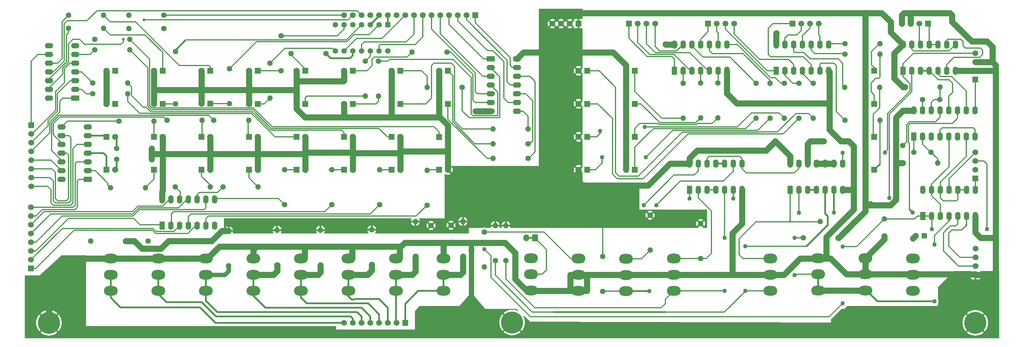
<source format=gbr>
G04 #@! TF.GenerationSoftware,KiCad,Pcbnew,9.0.1*
G04 #@! TF.CreationDate,2025-07-20T11:57:54+10:00*
G04 #@! TF.ProjectId,front panel 9602,66726f6e-7420-4706-916e-656c20393630,rev?*
G04 #@! TF.SameCoordinates,Original*
G04 #@! TF.FileFunction,Copper,L2,Bot*
G04 #@! TF.FilePolarity,Positive*
%FSLAX46Y46*%
G04 Gerber Fmt 4.6, Leading zero omitted, Abs format (unit mm)*
G04 Created by KiCad (PCBNEW 9.0.1) date 2025-07-20 11:57:54*
%MOMM*%
%LPD*%
G01*
G04 APERTURE LIST*
G04 Aperture macros list*
%AMRoundRect*
0 Rectangle with rounded corners*
0 $1 Rounding radius*
0 $2 $3 $4 $5 $6 $7 $8 $9 X,Y pos of 4 corners*
0 Add a 4 corners polygon primitive as box body*
4,1,4,$2,$3,$4,$5,$6,$7,$8,$9,$2,$3,0*
0 Add four circle primitives for the rounded corners*
1,1,$1+$1,$2,$3*
1,1,$1+$1,$4,$5*
1,1,$1+$1,$6,$7*
1,1,$1+$1,$8,$9*
0 Add four rect primitives between the rounded corners*
20,1,$1+$1,$2,$3,$4,$5,0*
20,1,$1+$1,$4,$5,$6,$7,0*
20,1,$1+$1,$6,$7,$8,$9,0*
20,1,$1+$1,$8,$9,$2,$3,0*%
G04 Aperture macros list end*
G04 #@! TA.AperFunction,ComponentPad*
%ADD10R,1.800000X1.800000*%
G04 #@! TD*
G04 #@! TA.AperFunction,ComponentPad*
%ADD11C,1.800000*%
G04 #@! TD*
G04 #@! TA.AperFunction,ComponentPad*
%ADD12C,1.600000*%
G04 #@! TD*
G04 #@! TA.AperFunction,ComponentPad*
%ADD13O,1.600000X1.600000*%
G04 #@! TD*
G04 #@! TA.AperFunction,ComponentPad*
%ADD14RoundRect,0.250000X0.950000X0.550000X-0.950000X0.550000X-0.950000X-0.550000X0.950000X-0.550000X0*%
G04 #@! TD*
G04 #@! TA.AperFunction,ComponentPad*
%ADD15O,2.400000X1.600000*%
G04 #@! TD*
G04 #@! TA.AperFunction,ComponentPad*
%ADD16RoundRect,0.250000X-0.550000X0.550000X-0.550000X-0.550000X0.550000X-0.550000X0.550000X0.550000X0*%
G04 #@! TD*
G04 #@! TA.AperFunction,ComponentPad*
%ADD17RoundRect,0.250000X-0.950000X-0.550000X0.950000X-0.550000X0.950000X0.550000X-0.950000X0.550000X0*%
G04 #@! TD*
G04 #@! TA.AperFunction,ComponentPad*
%ADD18RoundRect,0.250000X0.550000X-0.950000X0.550000X0.950000X-0.550000X0.950000X-0.550000X-0.950000X0*%
G04 #@! TD*
G04 #@! TA.AperFunction,ComponentPad*
%ADD19O,1.600000X2.400000*%
G04 #@! TD*
G04 #@! TA.AperFunction,ComponentPad*
%ADD20R,1.600000X1.600000*%
G04 #@! TD*
G04 #@! TA.AperFunction,ComponentPad*
%ADD21C,0.800000*%
G04 #@! TD*
G04 #@! TA.AperFunction,ComponentPad*
%ADD22C,6.400000*%
G04 #@! TD*
G04 #@! TA.AperFunction,ComponentPad*
%ADD23O,4.000000X2.800000*%
G04 #@! TD*
G04 #@! TA.AperFunction,ComponentPad*
%ADD24R,1.700000X1.700000*%
G04 #@! TD*
G04 #@! TA.AperFunction,ComponentPad*
%ADD25C,1.700000*%
G04 #@! TD*
G04 #@! TA.AperFunction,ComponentPad*
%ADD26RoundRect,0.250000X0.600000X0.750000X-0.600000X0.750000X-0.600000X-0.750000X0.600000X-0.750000X0*%
G04 #@! TD*
G04 #@! TA.AperFunction,ComponentPad*
%ADD27O,1.700000X2.000000*%
G04 #@! TD*
G04 #@! TA.AperFunction,ViaPad*
%ADD28C,0.800000*%
G04 #@! TD*
G04 #@! TA.AperFunction,ViaPad*
%ADD29C,1.270000*%
G04 #@! TD*
G04 #@! TA.AperFunction,ViaPad*
%ADD30C,1.778000*%
G04 #@! TD*
G04 #@! TA.AperFunction,Conductor*
%ADD31C,0.304800*%
G04 #@! TD*
G04 #@! TA.AperFunction,Conductor*
%ADD32C,0.508000*%
G04 #@! TD*
G04 #@! TA.AperFunction,Conductor*
%ADD33C,1.778000*%
G04 #@! TD*
G04 #@! TA.AperFunction,Conductor*
%ADD34C,1.270000*%
G04 #@! TD*
G04 APERTURE END LIST*
D10*
X170700000Y-92900000D03*
D11*
X173240000Y-92900000D03*
D10*
X156900000Y-92900000D03*
D11*
X159440000Y-92900000D03*
D10*
X143100000Y-92878000D03*
D11*
X145640000Y-92878000D03*
D10*
X129300000Y-92900000D03*
D11*
X131840000Y-92900000D03*
D10*
X101700000Y-92900000D03*
D11*
X104240000Y-92900000D03*
D10*
X87900000Y-92900000D03*
D11*
X90440000Y-92900000D03*
D10*
X74100000Y-92900000D03*
D11*
X76640000Y-92900000D03*
D10*
X173240000Y-64100000D03*
D11*
X170700000Y-64100000D03*
D10*
X159440000Y-64100000D03*
D11*
X156900000Y-64100000D03*
D10*
X145640000Y-64100000D03*
D11*
X143100000Y-64100000D03*
D10*
X118040000Y-64100000D03*
D11*
X115500000Y-64100000D03*
D10*
X76640000Y-64100000D03*
D11*
X74100000Y-64100000D03*
D10*
X173240000Y-73700000D03*
D11*
X170700000Y-73700000D03*
D10*
X145640000Y-73700000D03*
D11*
X143100000Y-73700000D03*
D10*
X131840000Y-73700000D03*
D11*
X129300000Y-73700000D03*
D10*
X118040000Y-73700000D03*
D11*
X115500000Y-73700000D03*
D10*
X104240000Y-73650000D03*
D11*
X101700000Y-73650000D03*
D10*
X90440000Y-73700000D03*
D11*
X87900000Y-73700000D03*
D10*
X76640000Y-73700000D03*
D11*
X74100000Y-73700000D03*
D10*
X170700000Y-83350000D03*
D11*
X173240000Y-83350000D03*
D10*
X156900000Y-83300000D03*
D11*
X159440000Y-83300000D03*
D10*
X143100000Y-83300000D03*
D11*
X145640000Y-83300000D03*
D10*
X115500000Y-83300000D03*
D11*
X118040000Y-83300000D03*
D10*
X101700000Y-83300000D03*
D11*
X104240000Y-83300000D03*
D10*
X87900000Y-83300000D03*
D11*
X90440000Y-83300000D03*
D10*
X74100000Y-83300000D03*
D11*
X76640000Y-83300000D03*
D10*
X227540000Y-64100000D03*
D11*
X225000000Y-64100000D03*
D10*
X227540000Y-83300000D03*
D11*
X225000000Y-83300000D03*
D10*
X227540000Y-92900000D03*
D11*
X225000000Y-92900000D03*
D10*
X227540000Y-73700000D03*
D11*
X225000000Y-73700000D03*
D10*
X213740000Y-92900000D03*
D11*
X211200000Y-92900000D03*
D10*
X213740000Y-83300000D03*
D11*
X211200000Y-83300000D03*
D10*
X213740000Y-73700000D03*
D11*
X211200000Y-73700000D03*
D10*
X213740000Y-64100000D03*
D11*
X211200000Y-64100000D03*
D10*
X297040000Y-92900000D03*
D11*
X294500000Y-92900000D03*
D10*
X297040000Y-83300000D03*
D11*
X294500000Y-83300000D03*
D10*
X297040000Y-73700000D03*
D11*
X294500000Y-73700000D03*
D10*
X297040000Y-64100000D03*
D11*
X294500000Y-64100000D03*
D12*
X167200000Y-103165000D03*
D13*
X167200000Y-93005000D03*
D12*
X139554000Y-103038000D03*
D13*
X139554000Y-92878000D03*
D12*
X125838000Y-103038000D03*
D13*
X125838000Y-92878000D03*
D12*
X94060000Y-97900000D03*
D13*
X104220000Y-97900000D03*
D12*
X75260000Y-98100000D03*
D13*
X85420000Y-98100000D03*
D12*
X77070000Y-89830000D03*
D13*
X87230000Y-89830000D03*
D12*
X177400000Y-68875000D03*
D13*
X167240000Y-68875000D03*
D12*
X124840000Y-53940000D03*
D13*
X124840000Y-64100000D03*
D12*
X63100000Y-47920000D03*
D13*
X73260000Y-47920000D03*
D12*
X63100000Y-51730000D03*
D13*
X73260000Y-51730000D03*
D12*
X196560000Y-89600000D03*
D13*
X186400000Y-89600000D03*
D12*
X196560000Y-81000000D03*
D13*
X186400000Y-81000000D03*
D12*
X153060000Y-61300000D03*
D13*
X153060000Y-71460000D03*
D12*
X149260000Y-61300000D03*
D13*
X149260000Y-71460000D03*
D12*
X196560000Y-85300000D03*
D13*
X186400000Y-85300000D03*
D12*
X109860000Y-63500000D03*
D13*
X109860000Y-73660000D03*
D12*
X94160000Y-58500000D03*
D13*
X94160000Y-73740000D03*
D12*
X90760000Y-51800000D03*
D13*
X80600000Y-51800000D03*
D12*
X70085000Y-67605000D03*
D13*
X80245000Y-67605000D03*
D12*
X105260000Y-78480000D03*
D13*
X115420000Y-78480000D03*
D12*
X91680000Y-78470000D03*
D13*
X101840000Y-78470000D03*
D12*
X77700000Y-78760000D03*
D13*
X87860000Y-78760000D03*
D12*
X241535000Y-67700000D03*
D13*
X241535000Y-77860000D03*
D12*
X251660000Y-67600000D03*
D13*
X251660000Y-77760000D03*
D12*
X262744000Y-67700000D03*
D13*
X262744000Y-77860000D03*
D12*
X246660000Y-67600000D03*
D13*
X246660000Y-77760000D03*
D12*
X266808000Y-67700000D03*
D13*
X266808000Y-77860000D03*
D12*
X270960000Y-67700000D03*
D13*
X270960000Y-77860000D03*
D12*
X275160000Y-67700000D03*
D13*
X275160000Y-77860000D03*
D12*
X288550000Y-59220000D03*
D13*
X298710000Y-59220000D03*
D12*
X288570000Y-56190000D03*
D13*
X298730000Y-56190000D03*
D12*
X163800000Y-118060000D03*
D13*
X163800000Y-107900000D03*
D12*
X151160000Y-120500000D03*
D13*
X151160000Y-110340000D03*
D12*
X136260000Y-120600000D03*
D13*
X136260000Y-110440000D03*
D12*
X109560000Y-120800000D03*
D13*
X109560000Y-110640000D03*
D12*
X86160000Y-113600000D03*
D13*
X96320000Y-113600000D03*
D12*
X183800000Y-111000000D03*
D13*
X183800000Y-121160000D03*
D12*
X276460000Y-112690000D03*
D13*
X286620000Y-112690000D03*
D12*
X291510000Y-107980000D03*
D13*
X281350000Y-107980000D03*
D12*
X190100000Y-119300000D03*
D13*
X190100000Y-109140000D03*
D12*
X246620000Y-108530000D03*
D13*
X246620000Y-118690000D03*
D12*
X305960000Y-68830000D03*
D13*
X316120000Y-68830000D03*
D12*
X305280000Y-90900000D03*
D13*
X315440000Y-90900000D03*
D14*
X65020000Y-72050000D03*
D15*
X65020000Y-69510000D03*
X65020000Y-66970000D03*
X65020000Y-64430000D03*
X65020000Y-61890000D03*
X65020000Y-59350000D03*
X65020000Y-56810000D03*
X57400000Y-56810000D03*
X57400000Y-59350000D03*
X57400000Y-61890000D03*
X57400000Y-64430000D03*
X57400000Y-66970000D03*
X57400000Y-69510000D03*
X57400000Y-72050000D03*
D16*
X155810000Y-50714000D03*
D12*
X153270000Y-50714000D03*
X150730000Y-50714000D03*
X148190000Y-50714000D03*
X145650000Y-50714000D03*
X143110000Y-50714000D03*
X140570000Y-50714000D03*
X140570000Y-58334000D03*
X143110000Y-58334000D03*
X145650000Y-58334000D03*
X148190000Y-58334000D03*
X150730000Y-58334000D03*
X153270000Y-58334000D03*
X155810000Y-58334000D03*
D17*
X185655000Y-60620000D03*
D15*
X185655000Y-63160000D03*
X185655000Y-65700000D03*
X185655000Y-68240000D03*
X185655000Y-70780000D03*
X185655000Y-73320000D03*
X185655000Y-75860000D03*
X193275000Y-75860000D03*
X193275000Y-73320000D03*
X193275000Y-70780000D03*
X193275000Y-68240000D03*
X193275000Y-65700000D03*
X193275000Y-63160000D03*
X193275000Y-60620000D03*
D18*
X268600000Y-64112500D03*
D19*
X271140000Y-64112500D03*
X273680000Y-64112500D03*
X276220000Y-64112500D03*
X278760000Y-64112500D03*
X281300000Y-64112500D03*
X283840000Y-64112500D03*
X283840000Y-56492500D03*
X281300000Y-56492500D03*
X278760000Y-56492500D03*
X276220000Y-56492500D03*
X273680000Y-56492500D03*
X271140000Y-56492500D03*
X268600000Y-56492500D03*
D18*
X305400000Y-64100000D03*
D19*
X307940000Y-64100000D03*
X310480000Y-64100000D03*
X313020000Y-64100000D03*
X315560000Y-64100000D03*
X318100000Y-64100000D03*
X320640000Y-64100000D03*
X320640000Y-56480000D03*
X318100000Y-56480000D03*
X315560000Y-56480000D03*
X313020000Y-56480000D03*
X310480000Y-56480000D03*
X307940000Y-56480000D03*
X305400000Y-56480000D03*
D14*
X68688000Y-95672000D03*
D15*
X68688000Y-93132000D03*
X68688000Y-90592000D03*
X68688000Y-88052000D03*
X68688000Y-85512000D03*
X68688000Y-82972000D03*
X68688000Y-80432000D03*
X61068000Y-80432000D03*
X61068000Y-82972000D03*
X61068000Y-85512000D03*
X61068000Y-88052000D03*
X61068000Y-90592000D03*
X61068000Y-93132000D03*
X61068000Y-95672000D03*
D18*
X243440000Y-98720000D03*
D19*
X245980000Y-98720000D03*
X248520000Y-98720000D03*
X251060000Y-98720000D03*
X253600000Y-98720000D03*
X256140000Y-98720000D03*
X258680000Y-98720000D03*
X258680000Y-91100000D03*
X256140000Y-91100000D03*
X253600000Y-91100000D03*
X251060000Y-91100000D03*
X248520000Y-91100000D03*
X245980000Y-91100000D03*
X243440000Y-91100000D03*
D18*
X272650000Y-98720000D03*
D19*
X275190000Y-98720000D03*
X277730000Y-98720000D03*
X280270000Y-98720000D03*
X282810000Y-98720000D03*
X285350000Y-98720000D03*
X287890000Y-98720000D03*
X287890000Y-91100000D03*
X285350000Y-91100000D03*
X282810000Y-91100000D03*
X280270000Y-91100000D03*
X277730000Y-91100000D03*
X275190000Y-91100000D03*
X272650000Y-91100000D03*
D18*
X90260000Y-109100000D03*
D19*
X92800000Y-109100000D03*
X95340000Y-109100000D03*
X97880000Y-109100000D03*
X100420000Y-109100000D03*
X102960000Y-109100000D03*
X105500000Y-109100000D03*
X105500000Y-101480000D03*
X102960000Y-101480000D03*
X100420000Y-101480000D03*
X97880000Y-101480000D03*
X95340000Y-101480000D03*
X92800000Y-101480000D03*
X90260000Y-101480000D03*
D18*
X311160000Y-106340000D03*
D19*
X313700000Y-106340000D03*
X316240000Y-106340000D03*
X318780000Y-106340000D03*
X321320000Y-106340000D03*
X323860000Y-106340000D03*
X326400000Y-106340000D03*
X326400000Y-98720000D03*
X323860000Y-98720000D03*
X321320000Y-98720000D03*
X318780000Y-98720000D03*
X316240000Y-98720000D03*
X313700000Y-98720000D03*
X311160000Y-98720000D03*
D18*
X238995000Y-64049000D03*
D19*
X241535000Y-64049000D03*
X244075000Y-64049000D03*
X246615000Y-64049000D03*
X249155000Y-64049000D03*
X251695000Y-64049000D03*
X254235000Y-64049000D03*
X254235000Y-56429000D03*
X251695000Y-56429000D03*
X249155000Y-56429000D03*
X246615000Y-56429000D03*
X244075000Y-56429000D03*
X241535000Y-56429000D03*
X238995000Y-56429000D03*
D12*
X299960000Y-107200000D03*
X299960000Y-112200000D03*
X311060000Y-72500000D03*
X316060000Y-72500000D03*
X308560000Y-87800000D03*
X313560000Y-87800000D03*
X287360000Y-84600000D03*
X282360000Y-84600000D03*
D10*
X90440000Y-64050000D03*
D11*
X87900000Y-64050000D03*
D10*
X159440000Y-73700000D03*
D11*
X156900000Y-73700000D03*
D10*
X115500000Y-92900000D03*
D11*
X118040000Y-92900000D03*
D10*
X104240000Y-64100000D03*
D11*
X101700000Y-64100000D03*
D12*
X70720000Y-58000000D03*
D13*
X80880000Y-58000000D03*
D12*
X288490000Y-68890000D03*
D13*
X298650000Y-68890000D03*
D12*
X288530000Y-78490000D03*
D13*
X298690000Y-78490000D03*
D12*
X77070000Y-86655000D03*
D13*
X87230000Y-86655000D03*
D12*
X90760000Y-47920000D03*
D13*
X80600000Y-47920000D03*
D12*
X121560000Y-61900000D03*
D13*
X121560000Y-72060000D03*
D12*
X153397000Y-103038000D03*
D13*
X153397000Y-92878000D03*
D12*
X137860000Y-59070000D03*
D13*
X127700000Y-59070000D03*
D10*
X131840000Y-64100000D03*
D11*
X129300000Y-64100000D03*
D12*
X107960000Y-97900000D03*
D13*
X118120000Y-97900000D03*
D12*
X172960000Y-58700000D03*
D13*
X162800000Y-58700000D03*
D12*
X70720000Y-54900000D03*
D13*
X80880000Y-54900000D03*
D12*
X123660000Y-120600000D03*
D13*
X123660000Y-110440000D03*
D12*
X268360000Y-84600000D03*
D13*
X278520000Y-84600000D03*
D12*
X279360000Y-67700000D03*
D13*
X279360000Y-77860000D03*
D12*
X177600000Y-118060000D03*
D13*
X177600000Y-107900000D03*
D12*
X69540000Y-113600000D03*
D13*
X79700000Y-113600000D03*
D12*
X231960000Y-106100000D03*
D13*
X231960000Y-116260000D03*
D12*
X187000000Y-119300000D03*
D13*
X187000000Y-109140000D03*
D20*
X311580000Y-112055000D03*
D12*
X309080000Y-112055000D03*
X218160000Y-128280000D03*
D13*
X218160000Y-118120000D03*
D21*
X55000000Y-137400000D03*
X55702944Y-135702944D03*
X55702944Y-139097056D03*
X57400000Y-135000000D03*
D22*
X57400000Y-137400000D03*
D21*
X57400000Y-139800000D03*
X59097056Y-135702944D03*
X59097056Y-139097056D03*
X59800000Y-137400000D03*
X324000000Y-137400000D03*
X324702944Y-135702944D03*
X324702944Y-139097056D03*
X326400000Y-135000000D03*
D22*
X326400000Y-137400000D03*
D21*
X326400000Y-139800000D03*
X328097056Y-135702944D03*
X328097056Y-139097056D03*
X328800000Y-137400000D03*
X189500000Y-137300000D03*
X190202944Y-135602944D03*
X190202944Y-138997056D03*
X191900000Y-134900000D03*
D22*
X191900000Y-137300000D03*
D21*
X191900000Y-139700000D03*
X193597056Y-135602944D03*
X193597056Y-138997056D03*
X194300000Y-137300000D03*
D12*
X174160000Y-109000000D03*
X174160000Y-114000000D03*
X168360000Y-109100000D03*
X168360000Y-114100000D03*
X296018000Y-102784000D03*
X291018000Y-102784000D03*
D10*
X129300000Y-83300000D03*
D11*
X131840000Y-83300000D03*
D12*
X70085000Y-70780000D03*
D13*
X80245000Y-70780000D03*
D23*
X158160000Y-118701000D03*
X158160000Y-123400000D03*
X158160000Y-128100000D03*
D18*
X308560000Y-83220000D03*
D19*
X311100000Y-83220000D03*
X313640000Y-83220000D03*
X316180000Y-83220000D03*
X318720000Y-83220000D03*
X321260000Y-83220000D03*
X323800000Y-83220000D03*
X326340000Y-83220000D03*
X326340000Y-75600000D03*
X323800000Y-75600000D03*
X321260000Y-75600000D03*
X318720000Y-75600000D03*
X316180000Y-75600000D03*
X313640000Y-75600000D03*
X311100000Y-75600000D03*
X308560000Y-75600000D03*
D23*
X102960000Y-118731000D03*
X102960000Y-123430000D03*
X102960000Y-128130000D03*
X211160000Y-128099000D03*
X211160000Y-123400000D03*
X211160000Y-118700000D03*
X308260000Y-118701000D03*
X308260000Y-123400000D03*
X308260000Y-128100000D03*
X294460000Y-127999000D03*
X294460000Y-123300000D03*
X294460000Y-118600000D03*
X171960000Y-118731000D03*
X171960000Y-123430000D03*
X171960000Y-128130000D03*
X238860000Y-128099000D03*
X238860000Y-123400000D03*
X238860000Y-118700000D03*
X224960000Y-128199000D03*
X224960000Y-123500000D03*
X224960000Y-118800000D03*
X197360000Y-118601000D03*
X197360000Y-123300000D03*
X197360000Y-128000000D03*
D12*
X305360000Y-85880000D03*
D13*
X305360000Y-75720000D03*
D23*
X116760000Y-118731000D03*
X116760000Y-123430000D03*
X116760000Y-128130000D03*
X266860000Y-128099000D03*
X266860000Y-123400000D03*
X266860000Y-118700000D03*
X75360000Y-118731000D03*
X75360000Y-123430000D03*
X75360000Y-128130000D03*
X89160000Y-118731000D03*
X89160000Y-123430000D03*
X89160000Y-128130000D03*
X130560000Y-118731000D03*
X130560000Y-123430000D03*
X130560000Y-128130000D03*
X280760000Y-127999000D03*
X280760000Y-123300000D03*
X280760000Y-118600000D03*
X144360000Y-118731000D03*
X144360000Y-123430000D03*
X144360000Y-128130000D03*
D24*
X52200000Y-121580000D03*
D25*
X52200000Y-119040000D03*
X52200000Y-116500000D03*
X52200000Y-113960000D03*
X52200000Y-111420000D03*
X52200000Y-108880000D03*
X52200000Y-106340000D03*
X52200000Y-103800000D03*
D24*
X52228800Y-79924000D03*
D25*
X52228800Y-82464000D03*
X52228800Y-85004000D03*
X52228800Y-87544000D03*
X52228800Y-90084000D03*
X52228800Y-92624000D03*
X52228800Y-95164000D03*
X52228800Y-97704000D03*
D24*
X181210000Y-47920000D03*
D25*
X178670000Y-47920000D03*
X176130000Y-47920000D03*
X173590000Y-47920000D03*
X171050000Y-47920000D03*
X168510000Y-47920000D03*
X165970000Y-47920000D03*
X163430000Y-47920000D03*
X160890000Y-47920000D03*
X158350000Y-47920000D03*
X155810000Y-47920000D03*
X153270000Y-47920000D03*
X150730000Y-47920000D03*
X148190000Y-47920000D03*
X145650000Y-47920000D03*
X143110000Y-47920000D03*
D24*
X225780000Y-50400000D03*
D25*
X228320000Y-50400000D03*
X230860000Y-50400000D03*
X233400000Y-50400000D03*
D24*
X248780000Y-50400000D03*
D25*
X251320000Y-50400000D03*
X253860000Y-50400000D03*
X256400000Y-50400000D03*
D24*
X273280000Y-50400000D03*
D25*
X275820000Y-50400000D03*
X278360000Y-50400000D03*
X280900000Y-50400000D03*
D24*
X160900000Y-137400000D03*
D25*
X158360000Y-137400000D03*
X155820000Y-137400000D03*
X153280000Y-137400000D03*
X150740000Y-137400000D03*
X148200000Y-137400000D03*
X145660000Y-137400000D03*
X143120000Y-137400000D03*
D24*
X312700000Y-50400000D03*
D25*
X310160000Y-50400000D03*
X307620000Y-50400000D03*
X305080000Y-50400000D03*
D24*
X326500000Y-123400000D03*
D25*
X326500000Y-120860000D03*
X326500000Y-118320000D03*
X326500000Y-115780000D03*
D24*
X326400000Y-95440000D03*
D25*
X326400000Y-92900000D03*
X326400000Y-90360000D03*
X326400000Y-87820000D03*
D24*
X326400000Y-66640000D03*
D25*
X326400000Y-64100000D03*
X326400000Y-61560000D03*
X326400000Y-59020000D03*
D24*
X211200000Y-50400000D03*
D25*
X208660000Y-50400000D03*
X206120000Y-50400000D03*
X203580000Y-50400000D03*
D26*
X198550000Y-112715000D03*
D27*
X196050000Y-112715000D03*
D28*
X85030000Y-49300000D03*
X78975000Y-54905000D03*
D29*
X313760000Y-110100000D03*
X329800000Y-110150000D03*
X287890000Y-131740000D03*
X183800000Y-115960000D03*
X287890000Y-115230000D03*
X230740000Y-89195000D03*
X218040000Y-89195000D03*
X217405000Y-81575000D03*
X230360000Y-80387400D03*
D30*
X236455000Y-47285000D03*
X303360000Y-98700000D03*
X268840000Y-47285000D03*
X236460000Y-56400000D03*
X268660000Y-53200000D03*
D29*
X273920000Y-123485000D03*
X314560000Y-131105000D03*
X273920000Y-112690000D03*
X314560000Y-114595000D03*
X259600000Y-115100000D03*
X259560000Y-128100000D03*
D30*
X106915000Y-115230000D03*
X180060000Y-116300000D03*
X181260900Y-75860000D03*
X332285990Y-83425990D03*
D29*
X253560000Y-112700000D03*
X253560000Y-128100000D03*
X231756000Y-128184000D03*
X233760000Y-103200000D03*
X230105000Y-103165000D03*
X256140000Y-101260000D03*
X301422259Y-101100342D03*
X243440000Y-101260000D03*
X275160000Y-105400000D03*
X308210000Y-105324000D03*
X285350000Y-105324000D03*
X300160000Y-87900000D03*
X287890000Y-87925000D03*
D31*
X53575000Y-121580000D02*
X52200000Y-121580000D01*
X64684422Y-110470578D02*
X53575000Y-121580000D01*
X87456250Y-110470578D02*
X64684422Y-110470578D01*
X88405673Y-111420000D02*
X87456250Y-110470578D01*
X97700000Y-111420000D02*
X88405673Y-111420000D01*
X100420000Y-109100000D02*
X100020000Y-109100000D01*
X100020000Y-109100000D02*
X97700000Y-111420000D01*
X95340000Y-109100000D02*
X93655000Y-110785000D01*
X88483877Y-110785000D02*
X87665142Y-109966267D01*
X87665142Y-109966267D02*
X61273733Y-109966267D01*
X61273733Y-109966267D02*
X52200000Y-119040000D01*
X93655000Y-110785000D02*
X88483877Y-110785000D01*
X83850000Y-108880000D02*
X90040000Y-108880000D01*
X53575000Y-116500000D02*
X63100000Y-106975000D01*
X81945000Y-106975000D02*
X83850000Y-108880000D01*
X52200000Y-116500000D02*
X53575000Y-116500000D01*
X90040000Y-108880000D02*
X90260000Y-109100000D01*
X63100000Y-106975000D02*
X81945000Y-106975000D01*
X52200000Y-113960000D02*
X53575000Y-113960000D01*
X81770000Y-106340000D02*
X83675000Y-104435000D01*
X83675000Y-104435000D02*
X102470000Y-104435000D01*
X102470000Y-104435000D02*
X102960000Y-103945000D01*
X61195000Y-106340000D02*
X81770000Y-106340000D01*
X53575000Y-113960000D02*
X61195000Y-106340000D01*
X102960000Y-103945000D02*
X102960000Y-101480000D01*
X95029311Y-103930689D02*
X97480000Y-101480000D01*
X57915000Y-105705000D02*
X81691796Y-105705000D01*
X83466108Y-103930689D02*
X95029311Y-103930689D01*
X81691796Y-105705000D02*
X83466108Y-103930689D01*
X97480000Y-101480000D02*
X97880000Y-101480000D01*
X52200000Y-111420000D02*
X57915000Y-105705000D01*
X92400000Y-101480000D02*
X92800000Y-101480000D01*
X56010000Y-105070000D02*
X81613592Y-105070000D01*
X83257216Y-103426378D02*
X90453622Y-103426378D01*
X52200000Y-108880000D02*
X56010000Y-105070000D01*
X90453622Y-103426378D02*
X92400000Y-101480000D01*
X81613592Y-105070000D02*
X83257216Y-103426378D01*
X66148000Y-95672000D02*
X68688000Y-95672000D01*
X52200000Y-106340000D02*
X53575000Y-106340000D01*
X55480000Y-104435000D02*
X65005000Y-104435000D01*
X65640000Y-103800000D02*
X65640000Y-96180000D01*
X65640000Y-96180000D02*
X66148000Y-95672000D01*
X65005000Y-104435000D02*
X65640000Y-103800000D01*
X53575000Y-106340000D02*
X55480000Y-104435000D01*
X65005000Y-91100000D02*
X65513000Y-90592000D01*
X64370000Y-103800000D02*
X65005000Y-103165000D01*
X65005000Y-103165000D02*
X65005000Y-91100000D01*
X52200000Y-103800000D02*
X64370000Y-103800000D01*
X65513000Y-90592000D02*
X68688000Y-90592000D01*
X64370000Y-102530000D02*
X64370000Y-86655000D01*
X58020000Y-98720000D02*
X58020000Y-102530000D01*
X58655000Y-103165000D02*
X63735000Y-103165000D01*
X63735000Y-103165000D02*
X64370000Y-102530000D01*
X57004000Y-97704000D02*
X58020000Y-98720000D01*
X64370000Y-86655000D02*
X65513000Y-85512000D01*
X65513000Y-85512000D02*
X68688000Y-85512000D01*
X52228800Y-97704000D02*
X57004000Y-97704000D01*
X58020000Y-102530000D02*
X58655000Y-103165000D01*
X63735000Y-101895000D02*
X63735000Y-83480000D01*
X52228800Y-95164000D02*
X57639000Y-95164000D01*
X57639000Y-95164000D02*
X58655000Y-96180000D01*
X58655000Y-96180000D02*
X58655000Y-101895000D01*
X63735000Y-83480000D02*
X63227000Y-82972000D01*
X59290000Y-102530000D02*
X63100000Y-102530000D01*
X63227000Y-82972000D02*
X61068000Y-82972000D01*
X63100000Y-102530000D02*
X63735000Y-101895000D01*
X58655000Y-101895000D02*
X59290000Y-102530000D01*
X58274000Y-92624000D02*
X59290000Y-93640000D01*
X59290000Y-101260000D02*
X59925000Y-101895000D01*
X59925000Y-101895000D02*
X62465000Y-101895000D01*
X52228800Y-92624000D02*
X58274000Y-92624000D01*
X62465000Y-101895000D02*
X63100000Y-101260000D01*
X62592000Y-88052000D02*
X61068000Y-88052000D01*
X63100000Y-101260000D02*
X63100000Y-88560000D01*
X63100000Y-88560000D02*
X62592000Y-88052000D01*
X59290000Y-93640000D02*
X59290000Y-101260000D01*
X58020000Y-90084000D02*
X61068000Y-93132000D01*
X52228800Y-90084000D02*
X58020000Y-90084000D01*
X61420000Y-72050000D02*
X60516643Y-72953357D01*
X60516643Y-72953357D02*
X60516643Y-76146950D01*
X65020000Y-72050000D02*
X61420000Y-72050000D01*
X57646378Y-79017216D02*
X57646378Y-82126422D01*
X57646378Y-82126422D02*
X52228800Y-87544000D01*
X60516643Y-76146950D02*
X57646378Y-79017216D01*
X57142067Y-80090733D02*
X57142067Y-78541137D01*
X52228800Y-85004000D02*
X57142067Y-80090733D01*
X59864311Y-75818892D02*
X59864311Y-70675689D01*
X63570000Y-66970000D02*
X65020000Y-66970000D01*
X59864311Y-70675689D02*
X63570000Y-66970000D01*
X57142067Y-78541137D02*
X59864311Y-75818892D01*
X59360000Y-70116797D02*
X61920000Y-67556796D01*
X52506000Y-82464000D02*
X59360000Y-75610000D01*
X52228800Y-82464000D02*
X52506000Y-82464000D01*
X61920000Y-67556796D02*
X61920000Y-63480000D01*
X59360000Y-75610000D02*
X59360000Y-70116797D01*
X61920000Y-63480000D02*
X63510000Y-61890000D01*
X63510000Y-61890000D02*
X65020000Y-61890000D01*
X57400000Y-59350000D02*
X54210000Y-59350000D01*
X52228800Y-79924000D02*
X52228800Y-63236200D01*
X52228800Y-61331200D02*
X52228800Y-63236200D01*
X54210000Y-59350000D02*
X52228800Y-61331200D01*
X191370000Y-62525000D02*
X191370000Y-60310000D01*
X192005000Y-63160000D02*
X191370000Y-62525000D01*
X193275000Y-63160000D02*
X192005000Y-63160000D01*
X181210000Y-50150000D02*
X181210000Y-47920000D01*
X191370000Y-60310000D02*
X181210000Y-50150000D01*
X191370000Y-68240000D02*
X190460000Y-67330000D01*
X190460000Y-67330000D02*
X190460000Y-61000000D01*
X190460000Y-61000000D02*
X178670000Y-49210000D01*
X193275000Y-68240000D02*
X191370000Y-68240000D01*
X178670000Y-49210000D02*
X178670000Y-47920000D01*
X189460000Y-61400000D02*
X189460000Y-72045000D01*
X189460000Y-72045000D02*
X190735000Y-73320000D01*
X176130000Y-49570000D02*
X184760000Y-58200000D01*
X190735000Y-73320000D02*
X193275000Y-73320000D01*
X186260000Y-58200000D02*
X189460000Y-61400000D01*
X184760000Y-58200000D02*
X186260000Y-58200000D01*
X176130000Y-47920000D02*
X176130000Y-49570000D01*
X173590000Y-50630000D02*
X183580000Y-60620000D01*
X183580000Y-60620000D02*
X185655000Y-60620000D01*
X173590000Y-47920000D02*
X173590000Y-50630000D01*
X171050000Y-53330000D02*
X171050000Y-47920000D01*
X185655000Y-65700000D02*
X183420000Y-65700000D01*
X183420000Y-65700000D02*
X171050000Y-53330000D01*
X185655000Y-70780000D02*
X181845000Y-70780000D01*
X181845000Y-70780000D02*
X181210000Y-70145000D01*
X168510000Y-51990000D02*
X168510000Y-47920000D01*
X181210000Y-70145000D02*
X181210000Y-64690000D01*
X181210000Y-64690000D02*
X168510000Y-51990000D01*
X153270000Y-58334000D02*
X153270000Y-56810000D01*
X165970000Y-54270000D02*
X165970000Y-47920000D01*
X153270000Y-56810000D02*
X153580000Y-56500000D01*
X163740000Y-56500000D02*
X165970000Y-54270000D01*
X153580000Y-56500000D02*
X163740000Y-56500000D01*
X161160000Y-55700000D02*
X148960000Y-55700000D01*
X163430000Y-47920000D02*
X163430000Y-53430000D01*
X148960000Y-55700000D02*
X148190000Y-56470000D01*
X163430000Y-53430000D02*
X161160000Y-55700000D01*
X148190000Y-56470000D02*
X148190000Y-58334000D01*
X160890000Y-47920000D02*
X154110000Y-54700000D01*
X154110000Y-54700000D02*
X146744000Y-54700000D01*
X146744000Y-54700000D02*
X143110000Y-58334000D01*
D32*
X155810000Y-47920000D02*
X155810000Y-50714000D01*
D31*
X71355000Y-46650000D02*
X68443401Y-49561599D01*
X62728401Y-49561599D02*
X61830000Y-50460000D01*
X148190000Y-47920000D02*
X146920000Y-46650000D01*
X58655000Y-64430000D02*
X57400000Y-64430000D01*
X61830000Y-50460000D02*
X61830000Y-61255000D01*
X61830000Y-61255000D02*
X58655000Y-64430000D01*
X146920000Y-46650000D02*
X71355000Y-46650000D01*
X68443401Y-49561599D02*
X62728401Y-49561599D01*
D32*
X153270000Y-48174000D02*
X150730000Y-50714000D01*
X153270000Y-47920000D02*
X153270000Y-48174000D01*
D31*
X67770000Y-56400000D02*
X78300000Y-56400000D01*
X64370000Y-54905000D02*
X66275000Y-54905000D01*
X61415689Y-63271107D02*
X61711108Y-62975689D01*
X61415689Y-65094311D02*
X61415689Y-63271107D01*
X61711108Y-62975689D02*
X63100000Y-61586796D01*
X78975000Y-55725000D02*
X78975000Y-54905000D01*
X78300000Y-56400000D02*
X78975000Y-55725000D01*
X57400000Y-69510000D02*
X57400000Y-69110000D01*
X144270000Y-49300000D02*
X85030000Y-49300000D01*
X66275000Y-54905000D02*
X67770000Y-56400000D01*
X63100000Y-61586796D02*
X63100000Y-56175000D01*
X57400000Y-69110000D02*
X61415689Y-65094311D01*
X63100000Y-56175000D02*
X64370000Y-54905000D01*
X145650000Y-47920000D02*
X144270000Y-49300000D01*
X90760000Y-47920000D02*
X143110000Y-47920000D01*
X272195000Y-60800000D02*
X273680000Y-62285000D01*
X256400000Y-53440000D02*
X263760000Y-60800000D01*
X263760000Y-60800000D02*
X272195000Y-60800000D01*
X273680000Y-62285000D02*
X273680000Y-64112500D01*
X256400000Y-50400000D02*
X256400000Y-53440000D01*
X268587500Y-64100000D02*
X265970000Y-64100000D01*
X253860000Y-51990000D02*
X253860000Y-50400000D01*
X265970000Y-64100000D02*
X253860000Y-51990000D01*
X268600000Y-64112500D02*
X268587500Y-64100000D01*
X251695000Y-53000000D02*
X251695000Y-56429000D01*
X251320000Y-52625000D02*
X251695000Y-53000000D01*
X251320000Y-50400000D02*
X251320000Y-52625000D01*
X248780000Y-52740000D02*
X248780000Y-50400000D01*
X246615000Y-56429000D02*
X246615000Y-54905000D01*
X246615000Y-54905000D02*
X248780000Y-52740000D01*
X234720000Y-58320000D02*
X239644000Y-58320000D01*
X233400000Y-50400000D02*
X233400000Y-57000000D01*
X233400000Y-57000000D02*
X234720000Y-58320000D01*
X239644000Y-58320000D02*
X241535000Y-56429000D01*
X233494311Y-58824311D02*
X243530311Y-58824311D01*
X230860000Y-56190000D02*
X233494311Y-58824311D01*
X243530311Y-58824311D02*
X248755000Y-64049000D01*
X248755000Y-64049000D02*
X249155000Y-64049000D01*
X230860000Y-50400000D02*
X230860000Y-56190000D01*
X231788622Y-59328622D02*
X238954622Y-59328622D01*
X238954622Y-59328622D02*
X243675000Y-64049000D01*
X228320000Y-50400000D02*
X228320000Y-55860000D01*
X243675000Y-64049000D02*
X244075000Y-64049000D01*
X228320000Y-55860000D02*
X231788622Y-59328622D01*
X238262933Y-59892933D02*
X238995000Y-60625000D01*
X225780000Y-54630000D02*
X231042933Y-59892933D01*
X231042933Y-59892933D02*
X238262933Y-59892933D01*
X225780000Y-50400000D02*
X225780000Y-54630000D01*
X238995000Y-60625000D02*
X238995000Y-64049000D01*
X280900000Y-53630000D02*
X281300000Y-54030000D01*
X281300000Y-54030000D02*
X281300000Y-56492500D01*
X280900000Y-50400000D02*
X280900000Y-53630000D01*
X276220000Y-56492500D02*
X276220000Y-53875000D01*
X278365000Y-51730000D02*
X278360000Y-51725000D01*
X276220000Y-53875000D02*
X278365000Y-51730000D01*
X278360000Y-51725000D02*
X278360000Y-50400000D01*
X271140000Y-54510000D02*
X272015000Y-53635000D01*
X271140000Y-56492500D02*
X271140000Y-54510000D01*
X274555000Y-53635000D02*
X275820000Y-52370000D01*
X275820000Y-52370000D02*
X275820000Y-50400000D01*
X272015000Y-53635000D02*
X274555000Y-53635000D01*
X273280000Y-50400000D02*
X267630000Y-50400000D01*
X266300000Y-51730000D02*
X266300000Y-59350000D01*
X266935000Y-59985000D02*
X276460000Y-59985000D01*
X266300000Y-59350000D02*
X266935000Y-59985000D01*
X267630000Y-50400000D02*
X266300000Y-51730000D01*
X278760000Y-62285000D02*
X278760000Y-64112500D01*
X276460000Y-59985000D02*
X278760000Y-62285000D01*
X329800000Y-91240000D02*
X329800000Y-110150000D01*
X291930000Y-115230000D02*
X299960000Y-107200000D01*
X185746489Y-124186489D02*
X185746489Y-117906489D01*
X201200000Y-111000000D02*
X208900000Y-118700000D01*
X309600000Y-106340000D02*
X311160000Y-106340000D01*
X183800000Y-111000000D02*
X201200000Y-111000000D01*
X326400000Y-90360000D02*
X328920000Y-90360000D01*
X311160000Y-106340000D02*
X313700000Y-106340000D01*
X185746489Y-117906489D02*
X183800000Y-115960000D01*
X280650000Y-135650000D02*
X283980000Y-135650000D01*
X299960000Y-107200000D02*
X308740000Y-107200000D01*
X283980000Y-135650000D02*
X287890000Y-131740000D01*
X197210000Y-135650000D02*
X185746489Y-124186489D01*
X287890000Y-115230000D02*
X291930000Y-115230000D01*
X308740000Y-107200000D02*
X309600000Y-106340000D01*
X280650000Y-135650000D02*
X197210000Y-135650000D01*
X313760000Y-106400000D02*
X313760000Y-110100000D01*
X328920000Y-90360000D02*
X329800000Y-91240000D01*
X208900000Y-118700000D02*
X211160000Y-118700000D01*
X287890000Y-131740000D02*
X284080000Y-135550000D01*
X326500000Y-120860000D02*
X321520000Y-120860000D01*
X321320000Y-108640000D02*
X321320000Y-106340000D01*
X317160000Y-116500000D02*
X317160000Y-111200000D01*
X319160000Y-109200000D02*
X320760000Y-109200000D01*
X321520000Y-120860000D02*
X317160000Y-116500000D01*
X320760000Y-109200000D02*
X321320000Y-108640000D01*
X317160000Y-111200000D02*
X319160000Y-109200000D01*
X326400000Y-98720000D02*
X326400000Y-95440000D01*
X318780000Y-95480000D02*
X326400000Y-87860000D01*
X326400000Y-87860000D02*
X326400000Y-87820000D01*
X318780000Y-98720000D02*
X318780000Y-95480000D01*
D32*
X326400000Y-75540000D02*
X326340000Y-75600000D01*
D31*
X326400000Y-66640000D02*
X326400000Y-75540000D01*
D32*
X160900000Y-131870000D02*
X164640000Y-128130000D01*
X160900000Y-137400000D02*
X160900000Y-131870000D01*
D33*
X177600000Y-122650000D02*
X176850000Y-123400000D01*
X173000000Y-123500000D02*
X173100000Y-123400000D01*
D32*
X171960000Y-123430000D02*
X171960000Y-128130000D01*
X164640000Y-128130000D02*
X171960000Y-128130000D01*
D33*
X177600000Y-118060000D02*
X177600000Y-122650000D01*
X176850000Y-123400000D02*
X173100000Y-123400000D01*
X162880000Y-123400000D02*
X159300000Y-123400000D01*
X163800000Y-122480000D02*
X162880000Y-123400000D01*
D32*
X158160000Y-123400000D02*
X158160000Y-128100000D01*
X158160000Y-128100000D02*
X158160000Y-137200000D01*
X158160000Y-137200000D02*
X158360000Y-137400000D01*
D33*
X163800000Y-118060000D02*
X163800000Y-122480000D01*
D32*
X144360000Y-128130000D02*
X144360000Y-129700000D01*
X145260000Y-130600000D02*
X146155000Y-130600000D01*
X144360000Y-123430000D02*
X144360000Y-128130000D01*
X144360000Y-129700000D02*
X145260000Y-130600000D01*
D33*
X149960000Y-123400000D02*
X145500000Y-123400000D01*
D32*
X153270000Y-130470000D02*
X146285000Y-130470000D01*
D33*
X151160000Y-120500000D02*
X151160000Y-122200000D01*
D32*
X155820000Y-137400000D02*
X155820000Y-133020000D01*
X155820000Y-133020000D02*
X153270000Y-130470000D01*
D33*
X151160000Y-122200000D02*
X149960000Y-123400000D01*
D32*
X146155000Y-130600000D02*
X146285000Y-130470000D01*
X130560000Y-123430000D02*
X130560000Y-128130000D01*
D33*
X136200000Y-122775000D02*
X135575000Y-123400000D01*
D32*
X150095000Y-131740000D02*
X133585000Y-131740000D01*
X153280000Y-137400000D02*
X153280000Y-134925000D01*
D33*
X136200000Y-120660000D02*
X136200000Y-122775000D01*
D32*
X132300000Y-131740000D02*
X133585000Y-131740000D01*
X130560000Y-130000000D02*
X132300000Y-131740000D01*
D33*
X136260000Y-120600000D02*
X136200000Y-120660000D01*
X135575000Y-123400000D02*
X131700000Y-123400000D01*
D32*
X130560000Y-128130000D02*
X130560000Y-130000000D01*
X153280000Y-134925000D02*
X150095000Y-131740000D01*
D33*
X123660000Y-120600000D02*
X123680000Y-120620000D01*
D32*
X116760000Y-129520000D02*
X117800000Y-130560000D01*
X116760000Y-123430000D02*
X116760000Y-128130000D01*
X148190000Y-133010000D02*
X120250000Y-133010000D01*
X116760000Y-128130000D02*
X116760000Y-129520000D01*
D33*
X122630000Y-123400000D02*
X116660000Y-123400000D01*
D32*
X150740000Y-135560000D02*
X148190000Y-133010000D01*
D33*
X123680000Y-120620000D02*
X123680000Y-122350000D01*
D32*
X150740000Y-137400000D02*
X150740000Y-135560000D01*
X120250000Y-133010000D02*
X117800000Y-130560000D01*
D33*
X123680000Y-122350000D02*
X122630000Y-123400000D01*
D34*
X109560000Y-120800000D02*
X109560000Y-122320000D01*
X109560000Y-122320000D02*
X108480000Y-123400000D01*
D32*
X102960000Y-123430000D02*
X102960000Y-128130000D01*
X102960000Y-130960000D02*
X102960000Y-128130000D01*
D34*
X108480000Y-123400000D02*
X104100000Y-123400000D01*
D32*
X106280000Y-134280000D02*
X102960000Y-130960000D01*
X146920000Y-134280000D02*
X106280000Y-134280000D01*
X148200000Y-135560000D02*
X146920000Y-134280000D01*
X148200000Y-137400000D02*
X148200000Y-135560000D01*
X91500000Y-131400000D02*
X101800000Y-131400000D01*
X89160000Y-128130000D02*
X89160000Y-129060000D01*
X145015000Y-135550000D02*
X145660000Y-136195000D01*
X105950000Y-135550000D02*
X145015000Y-135550000D01*
X89160000Y-129060000D02*
X91500000Y-131400000D01*
X101800000Y-131400000D02*
X105950000Y-135550000D01*
X145660000Y-136195000D02*
X145660000Y-137400000D01*
X89160000Y-123430000D02*
X89160000Y-128130000D01*
D31*
X167305000Y-92900000D02*
X167200000Y-93005000D01*
X170700000Y-92900000D02*
X167305000Y-92900000D01*
X153419000Y-92900000D02*
X153397000Y-92878000D01*
X156900000Y-92900000D02*
X153419000Y-92900000D01*
X143100000Y-92878000D02*
X138792000Y-92878000D01*
X129300000Y-92900000D02*
X125860000Y-92900000D01*
X125860000Y-92900000D02*
X125838000Y-92878000D01*
X104220000Y-97295000D02*
X104220000Y-97900000D01*
X101700000Y-92900000D02*
X101700000Y-94775000D01*
X101700000Y-94775000D02*
X104220000Y-97295000D01*
X87900000Y-92900000D02*
X87900000Y-95620000D01*
X87900000Y-95620000D02*
X85620000Y-97900000D01*
D32*
X77070000Y-89830000D02*
X77070000Y-92470000D01*
X77070000Y-92470000D02*
X76640000Y-92900000D01*
X68688000Y-88052000D02*
X73260000Y-88052000D01*
X74100000Y-88892000D02*
X74100000Y-92900000D01*
X73260000Y-88052000D02*
X74100000Y-88892000D01*
D31*
X181056797Y-85300000D02*
X186400000Y-85300000D01*
X174655689Y-78898893D02*
X181056797Y-85300000D01*
X174655689Y-65515689D02*
X174655689Y-78898893D01*
X173240000Y-64100000D02*
X174655689Y-65515689D01*
X165640000Y-64100000D02*
X164370000Y-64100000D01*
X167240000Y-65700000D02*
X165640000Y-64100000D01*
X159440000Y-64100000D02*
X164370000Y-64100000D01*
X167240000Y-68875000D02*
X167240000Y-65700000D01*
X149790000Y-64100000D02*
X151260000Y-62630000D01*
X161397401Y-60102599D02*
X162800000Y-58700000D01*
X151260000Y-62630000D02*
X151260000Y-60700000D01*
X151857401Y-60102599D02*
X161397401Y-60102599D01*
X145640000Y-64100000D02*
X149790000Y-64100000D01*
X151260000Y-60700000D02*
X151857401Y-60102599D01*
X127700000Y-59400000D02*
X131840000Y-63540000D01*
X127700000Y-59070000D02*
X127700000Y-59400000D01*
X131840000Y-63540000D02*
X131840000Y-64100000D01*
X118040000Y-64100000D02*
X124840000Y-64100000D01*
X90440000Y-64050000D02*
X90440000Y-58780000D01*
X75165000Y-53635000D02*
X73260000Y-51730000D01*
X85295000Y-53635000D02*
X75165000Y-53635000D01*
X90440000Y-58780000D02*
X85295000Y-53635000D01*
X173240000Y-78196406D02*
X184643594Y-89600000D01*
X184643594Y-89600000D02*
X186400000Y-89600000D01*
X173240000Y-73700000D02*
X173240000Y-78196406D01*
X174225000Y-61890000D02*
X175160000Y-62825000D01*
X168510000Y-72050000D02*
X168510000Y-62525000D01*
X175160000Y-78690000D02*
X177470000Y-81000000D01*
X159440000Y-73700000D02*
X166860000Y-73700000D01*
X169145000Y-61890000D02*
X174225000Y-61890000D01*
X177470000Y-81000000D02*
X186400000Y-81000000D01*
X168510000Y-62525000D02*
X169145000Y-61890000D01*
X166860000Y-73700000D02*
X168510000Y-72050000D01*
X175160000Y-62825000D02*
X175160000Y-78690000D01*
X145640000Y-73700000D02*
X152370000Y-73700000D01*
X153060000Y-73010000D02*
X153060000Y-71460000D01*
X152370000Y-73700000D02*
X153060000Y-73010000D01*
X149215000Y-71415000D02*
X132315000Y-71415000D01*
X149260000Y-71460000D02*
X149215000Y-71415000D01*
X131840000Y-71890000D02*
X131840000Y-73700000D01*
X132315000Y-71415000D02*
X131840000Y-71890000D01*
X118040000Y-73700000D02*
X119920000Y-73700000D01*
X119920000Y-73700000D02*
X121560000Y-72060000D01*
D32*
X109850000Y-73650000D02*
X109860000Y-73660000D01*
D31*
X104240000Y-73650000D02*
X109850000Y-73650000D01*
X94120000Y-73700000D02*
X94160000Y-73740000D01*
X90440000Y-73700000D02*
X94120000Y-73700000D01*
X170700000Y-81860000D02*
X169145000Y-80305000D01*
X87381440Y-74951911D02*
X86648089Y-74218560D01*
X86648089Y-74218560D02*
X86648089Y-60668089D01*
X122144612Y-80305000D02*
X116791523Y-74951911D01*
X169145000Y-80305000D02*
X122144612Y-80305000D01*
X170700000Y-83350000D02*
X170700000Y-81860000D01*
X86648089Y-60668089D02*
X80880000Y-54900000D01*
X116791523Y-74951911D02*
X87381440Y-74951911D01*
X121942097Y-80815689D02*
X116582630Y-75456222D01*
X155695200Y-83300000D02*
X153210889Y-80815689D01*
X86143778Y-63263778D02*
X80880000Y-58000000D01*
X87172547Y-75456222D02*
X86143778Y-74427452D01*
X116582630Y-75456222D02*
X87172547Y-75456222D01*
X156900000Y-83300000D02*
X155695200Y-83300000D01*
X153210889Y-80815689D02*
X121942097Y-80815689D01*
X86143778Y-74427452D02*
X86143778Y-63263778D01*
X81396911Y-68756911D02*
X80245000Y-67605000D01*
X87057433Y-76054311D02*
X85639467Y-74636344D01*
X85639467Y-74636344D02*
X84786344Y-74636344D01*
X84786344Y-74636344D02*
X81396911Y-71246911D01*
X121733204Y-81320000D02*
X116467515Y-76054311D01*
X143100000Y-82095200D02*
X142324800Y-81320000D01*
X143100000Y-83300000D02*
X143100000Y-82095200D01*
X116467515Y-76054311D02*
X87057433Y-76054311D01*
X142324800Y-81320000D02*
X121733204Y-81320000D01*
X81396911Y-71246911D02*
X81396911Y-68756911D01*
X86848540Y-76558622D02*
X86754772Y-76464853D01*
X129300000Y-83300000D02*
X123000000Y-83300000D01*
X80245000Y-72995000D02*
X80245000Y-70780000D01*
X86754772Y-76464853D02*
X83714853Y-76464853D01*
X83714853Y-76464853D02*
X80245000Y-72995000D01*
X116258622Y-76558622D02*
X86848540Y-76558622D01*
X123000000Y-83300000D02*
X116258622Y-76558622D01*
X115210000Y-78690000D02*
X115210000Y-83010000D01*
X115420000Y-78480000D02*
X115210000Y-78690000D01*
X115210000Y-83010000D02*
X115500000Y-83300000D01*
X101850000Y-78480000D02*
X101850000Y-83150000D01*
X101850000Y-83150000D02*
X101700000Y-83300000D01*
X101840000Y-78470000D02*
X101850000Y-78480000D01*
X87900000Y-78800000D02*
X87860000Y-78760000D01*
X87900000Y-83300000D02*
X87900000Y-78800000D01*
D32*
X68688000Y-82972000D02*
X73772000Y-82972000D01*
X73772000Y-82972000D02*
X74100000Y-83300000D01*
X77070000Y-83730000D02*
X76640000Y-83300000D01*
X77070000Y-86655000D02*
X77070000Y-83730000D01*
D31*
X227540000Y-64100000D02*
X227540000Y-70080000D01*
X227540000Y-70080000D02*
X235330000Y-77870000D01*
X235330000Y-77870000D02*
X241525000Y-77870000D01*
X241525000Y-77870000D02*
X241535000Y-77860000D01*
X234254690Y-79400000D02*
X234556180Y-79701489D01*
X227540000Y-83300000D02*
X227540000Y-80820000D01*
X245735310Y-79400000D02*
X250060000Y-79400000D01*
X234556180Y-79701489D02*
X245433821Y-79701489D01*
X251660000Y-77800000D02*
X251660000Y-77760000D01*
X250060000Y-79400000D02*
X251660000Y-77800000D01*
X227540000Y-80820000D02*
X228960000Y-79400000D01*
X228960000Y-79400000D02*
X234254690Y-79400000D01*
X245433821Y-79701489D02*
X245735310Y-79400000D01*
X257549510Y-80905800D02*
X257555310Y-80900000D01*
X227540000Y-86296797D02*
X232930997Y-80905800D01*
X259704000Y-80900000D02*
X262744000Y-77860000D01*
X232930997Y-80905800D02*
X257549510Y-80905800D01*
X257555310Y-80900000D02*
X259704000Y-80900000D01*
X227540000Y-92900000D02*
X227540000Y-86296797D01*
X234765689Y-79195689D02*
X245224311Y-79195689D01*
X245224311Y-79195689D02*
X246660000Y-77760000D01*
X229270000Y-73700000D02*
X234765689Y-79195689D01*
X227540000Y-73700000D02*
X229270000Y-73700000D01*
X259919309Y-81400000D02*
X263268000Y-81400000D01*
X257759020Y-81411600D02*
X257764820Y-81405800D01*
X230740000Y-89195000D02*
X238523400Y-81411600D01*
X213740000Y-92900000D02*
X216060000Y-92900000D01*
X263268000Y-81400000D02*
X266808000Y-77860000D01*
X216060000Y-92900000D02*
X218040000Y-90920000D01*
X238523400Y-81411600D02*
X257759020Y-81411600D01*
X257764820Y-81405800D02*
X259913510Y-81405800D01*
X218040000Y-90920000D02*
X218040000Y-89195000D01*
X259913510Y-81405800D02*
X259919309Y-81400000D01*
X217405000Y-81575000D02*
X217405000Y-82355000D01*
X257340000Y-80400000D02*
X261410000Y-76330000D01*
X261410000Y-76330000D02*
X269430000Y-76330000D01*
X269430000Y-76330000D02*
X270960000Y-77860000D01*
X217405000Y-82355000D02*
X216460000Y-83300000D01*
X216460000Y-83300000D02*
X213740000Y-83300000D01*
X230372600Y-80400000D02*
X257340000Y-80400000D01*
X230360000Y-80387400D02*
X230372600Y-80400000D01*
X221060000Y-78000000D02*
X221060000Y-94100000D01*
X229960000Y-95500000D02*
X243036800Y-82423200D01*
X270360000Y-82423200D02*
X270383200Y-82400000D01*
X221060000Y-94100000D02*
X222460000Y-95500000D01*
X270660000Y-82400000D02*
X275160000Y-77900000D01*
X213740000Y-73700000D02*
X216760000Y-73700000D01*
X275160000Y-77900000D02*
X275160000Y-77860000D01*
X270383200Y-82400000D02*
X270660000Y-82400000D01*
X216760000Y-73700000D02*
X221060000Y-78000000D01*
X243036800Y-82423200D02*
X270360000Y-82423200D01*
X222460000Y-95500000D02*
X229960000Y-95500000D01*
X277990000Y-76490000D02*
X279360000Y-77860000D01*
X213740000Y-64100000D02*
X217160000Y-64100000D01*
X257968530Y-81917400D02*
X257974329Y-81911600D01*
X217160000Y-64100000D02*
X221960000Y-68900000D01*
X260128819Y-81905800D02*
X263477510Y-81905800D01*
X257974329Y-81911600D02*
X260123020Y-81911600D01*
X228500000Y-94700000D02*
X241282600Y-81917400D01*
X241282600Y-81917400D02*
X257968530Y-81917400D01*
X263477510Y-81905800D02*
X263483310Y-81900000D01*
X222960000Y-94700000D02*
X228500000Y-94700000D01*
X260123020Y-81911600D02*
X260128819Y-81905800D01*
X263483310Y-81900000D02*
X268920000Y-81900000D01*
X274330000Y-76490000D02*
X277990000Y-76490000D01*
X221960000Y-68900000D02*
X221960000Y-93700000D01*
X221960000Y-93700000D02*
X222960000Y-94700000D01*
X268920000Y-81900000D02*
X274330000Y-76490000D01*
D32*
X298690000Y-78550000D02*
X298710000Y-78570000D01*
D31*
X298710000Y-78570000D02*
X298710000Y-91230000D01*
D32*
X298690000Y-78490000D02*
X298690000Y-78550000D01*
X298710000Y-91230000D02*
X297040000Y-92900000D01*
X297040000Y-83300000D02*
X296796489Y-83056489D01*
D31*
X296796489Y-76763511D02*
X298650000Y-74910000D01*
X296796489Y-83056489D02*
X296796489Y-76763511D01*
X298650000Y-74910000D02*
X298650000Y-68890000D01*
X296160000Y-67600000D02*
X297460000Y-66300000D01*
X296160000Y-70200000D02*
X296160000Y-67600000D01*
X297460000Y-66300000D02*
X298460000Y-66300000D01*
X297040000Y-73700000D02*
X297040000Y-71080000D01*
X298460000Y-66300000D02*
X298720000Y-66040000D01*
X298720000Y-59230000D02*
X298710000Y-59220000D01*
X297040000Y-71080000D02*
X296160000Y-70200000D01*
X298720000Y-66040000D02*
X298720000Y-59230000D01*
X296260000Y-62400000D02*
X296260000Y-58500000D01*
X296260000Y-58500000D02*
X298570000Y-56190000D01*
X297040000Y-63180000D02*
X296260000Y-62400000D01*
X298570000Y-56190000D02*
X298730000Y-56190000D01*
D32*
X297040000Y-64100000D02*
X297040000Y-63180000D01*
D33*
X305960000Y-68830000D02*
X305410000Y-68830000D01*
X104240000Y-83300000D02*
X104240000Y-92900000D01*
X225000000Y-83300000D02*
X225000000Y-92900000D01*
X158860000Y-88075000D02*
X159440000Y-87495000D01*
X90260000Y-99300000D02*
X90260000Y-101480000D01*
X173240000Y-83350000D02*
X173240000Y-79955000D01*
X243440000Y-89520000D02*
X245660000Y-87300000D01*
X118040000Y-83300000D02*
X118040000Y-86350000D01*
X115500000Y-64100000D02*
X115500000Y-69180000D01*
X292335000Y-47285000D02*
X299245000Y-47285000D01*
X115500000Y-69180000D02*
X115500000Y-73700000D01*
X173240000Y-79955000D02*
X170700000Y-77415000D01*
X101700000Y-64100000D02*
X101700000Y-70010000D01*
X303360000Y-101600000D02*
X303360000Y-77720000D01*
X211055000Y-94317792D02*
X211200000Y-94172792D01*
X305360000Y-75720000D02*
X308440000Y-75720000D01*
X204335999Y-89460999D02*
X212325000Y-97450000D01*
X172955000Y-87495000D02*
X173240000Y-87780000D01*
X243440000Y-91100000D02*
X243440000Y-89520000D01*
X115990000Y-69670000D02*
X102040000Y-69670000D01*
X143100000Y-66980000D02*
X143100000Y-64100000D01*
X156900000Y-64100000D02*
X156900000Y-73700000D01*
X286620000Y-112690000D02*
X286750000Y-112690000D01*
X84440000Y-115800000D02*
X82240000Y-113600000D01*
X90440000Y-88340000D02*
X90440000Y-92900000D01*
D31*
X229460000Y-108600000D02*
X231960000Y-106100000D01*
D33*
X265660000Y-87300000D02*
X268360000Y-84600000D01*
X143100000Y-73700000D02*
X143100000Y-77570000D01*
X225000000Y-62500000D02*
X221230999Y-58730999D01*
X87900000Y-64050000D02*
X87900000Y-69545000D01*
X115990000Y-69670000D02*
X115500000Y-69180000D01*
X90440000Y-83300000D02*
X90440000Y-88370000D01*
X173240000Y-87780000D02*
X173240000Y-92900000D01*
X118040000Y-92900000D02*
X118040000Y-83300000D01*
X159440000Y-87495000D02*
X159440000Y-92900000D01*
X297885000Y-103165000D02*
X295040000Y-103165000D01*
X294500000Y-102625000D02*
X294500000Y-104980000D01*
X291460000Y-107980000D02*
X291510000Y-107980000D01*
X129300000Y-67130000D02*
X142950000Y-67130000D01*
X286750000Y-112690000D02*
X291460000Y-107980000D01*
X159440000Y-87495000D02*
X172955000Y-87495000D01*
X294500000Y-73700000D02*
X294500000Y-83300000D01*
X145640000Y-88075000D02*
X145640000Y-92878000D01*
X294500000Y-64100000D02*
X294500000Y-73700000D01*
X104700000Y-113600000D02*
X92095380Y-113600000D01*
X295040000Y-103165000D02*
X294500000Y-102625000D01*
X302860000Y-59020000D02*
X305400000Y-56480000D01*
X268840000Y-47285000D02*
X292335000Y-47285000D01*
X245660000Y-87300000D02*
X265660000Y-87300000D01*
X303360000Y-77720000D02*
X305360000Y-75720000D01*
X90440000Y-92900000D02*
X90440000Y-99120000D01*
X107660000Y-110640000D02*
X104700000Y-113600000D01*
X173240000Y-83350000D02*
X173240000Y-87780000D01*
X89895380Y-115800000D02*
X84440000Y-115800000D01*
X131840000Y-87835000D02*
X131355000Y-88320000D01*
X221230999Y-58730999D02*
X204335999Y-58730999D01*
X225000000Y-64100000D02*
X225000000Y-62500000D01*
X131355000Y-88320000D02*
X87230000Y-88320000D01*
X102040000Y-69670000D02*
X88025000Y-69670000D01*
X294500000Y-47240000D02*
X294500000Y-64100000D01*
X131840000Y-87835000D02*
X131840000Y-92900000D01*
X268600000Y-53260000D02*
X268660000Y-53200000D01*
X129300000Y-69670000D02*
X115990000Y-69670000D01*
X129300000Y-64100000D02*
X129300000Y-67130000D01*
X302860000Y-66280000D02*
X302860000Y-59020000D01*
X212325000Y-47285000D02*
X236455000Y-47285000D01*
X294500000Y-104980000D02*
X291510000Y-107970000D01*
X145400000Y-87835000D02*
X145640000Y-88075000D01*
X301860000Y-49900000D02*
X301860000Y-52940000D01*
X294500000Y-83300000D02*
X294500000Y-92900000D01*
X129300000Y-75137022D02*
X131782978Y-77620000D01*
X297885000Y-103165000D02*
X296780000Y-103165000D01*
X145640000Y-83300000D02*
X145640000Y-88075000D01*
X145640000Y-88075000D02*
X158860000Y-88075000D01*
D31*
X218460000Y-108600000D02*
X229460000Y-108600000D01*
D33*
X299245000Y-47285000D02*
X301860000Y-49900000D01*
X74100000Y-73700000D02*
X74100000Y-64100000D01*
X131840000Y-87835000D02*
X145400000Y-87835000D01*
X305410000Y-68830000D02*
X302860000Y-66280000D01*
X131840000Y-83300000D02*
X131840000Y-84656000D01*
X109560000Y-110640000D02*
X107660000Y-110640000D01*
X294500000Y-100885000D02*
X294500000Y-92900000D01*
X236489000Y-56429000D02*
X236460000Y-56400000D01*
X87230000Y-89830000D02*
X87240000Y-89820000D01*
X237725000Y-91100000D02*
X231375000Y-97450000D01*
D31*
X218160000Y-108900000D02*
X218460000Y-108600000D01*
D32*
X118040000Y-86350000D02*
X118040000Y-92900000D01*
D33*
X129300000Y-73700000D02*
X129300000Y-75137022D01*
X305280000Y-90900000D02*
X303820000Y-90900000D01*
X87230000Y-86655000D02*
X87230000Y-89830000D01*
X195164001Y-58730999D02*
X193275000Y-60620000D01*
X301795000Y-103165000D02*
X303360000Y-101600000D01*
X294500000Y-100885000D02*
X294500000Y-102625000D01*
X82240000Y-113600000D02*
X79700000Y-113600000D01*
X204335999Y-58730999D02*
X204335999Y-89460999D01*
X88025000Y-69670000D02*
X87900000Y-69545000D01*
X170700000Y-64100000D02*
X170700000Y-73700000D01*
X92095380Y-113600000D02*
X89895380Y-115800000D01*
X102040000Y-69670000D02*
X101700000Y-70010000D01*
X268600000Y-56492500D02*
X268600000Y-53260000D01*
X211055000Y-96180000D02*
X211055000Y-94317792D01*
X301860000Y-52940000D02*
X305400000Y-56480000D01*
X211200000Y-94172792D02*
X211200000Y-92900000D01*
X129300000Y-67130000D02*
X129300000Y-69670000D01*
X238995000Y-56429000D02*
X236489000Y-56429000D01*
X90440000Y-99120000D02*
X90260000Y-99300000D01*
X101700000Y-70010000D02*
X101700000Y-73650000D01*
X159440000Y-83300000D02*
X159440000Y-87495000D01*
X272650000Y-91100000D02*
X272650000Y-88890000D01*
X236455000Y-47285000D02*
X268840000Y-47285000D01*
X87230000Y-88320000D02*
X87220000Y-88310000D01*
X129300000Y-69670000D02*
X129300000Y-73700000D01*
X291510000Y-107970000D02*
X291510000Y-107980000D01*
X145562978Y-77600000D02*
X170860000Y-77600000D01*
X170700000Y-77415000D02*
X170700000Y-73700000D01*
X87900000Y-69545000D02*
X87900000Y-73700000D01*
X297885000Y-103165000D02*
X301795000Y-103165000D01*
X204335999Y-58730999D02*
X195164001Y-58730999D01*
X156900000Y-77340000D02*
X156900000Y-73700000D01*
X243440000Y-91100000D02*
X237725000Y-91100000D01*
X212325000Y-97450000D02*
X211055000Y-96180000D01*
X294460000Y-47200000D02*
X294500000Y-47240000D01*
X131782978Y-77620000D02*
X145582978Y-77620000D01*
X142950000Y-67130000D02*
X143100000Y-66980000D01*
X225000000Y-64100000D02*
X225000000Y-73700000D01*
X131840000Y-84656000D02*
X131840000Y-87835000D01*
X272650000Y-88890000D02*
X268360000Y-84600000D01*
X231375000Y-97450000D02*
X212325000Y-97450000D01*
X308440000Y-75720000D02*
X308560000Y-75600000D01*
D31*
X218160000Y-118120000D02*
X218160000Y-108900000D01*
D33*
X225000000Y-73700000D02*
X225000000Y-83300000D01*
D31*
X318780000Y-107780000D02*
X314560000Y-112000000D01*
D33*
X280760000Y-127999000D02*
X294859000Y-127999000D01*
D31*
X314560000Y-112000000D02*
X314560000Y-114595000D01*
D32*
X318780000Y-106340000D02*
X318780000Y-107780000D01*
D33*
X294859000Y-127999000D02*
X294860000Y-128000000D01*
D32*
X280760000Y-123300000D02*
X280760000Y-127999000D01*
X314560000Y-131105000D02*
X297965000Y-131105000D01*
D31*
X276460000Y-112690000D02*
X273920000Y-112690000D01*
D32*
X297965000Y-131105000D02*
X294860000Y-128000000D01*
D31*
X280760000Y-123300000D02*
X274105000Y-123300000D01*
D32*
X274105000Y-123300000D02*
X273920000Y-123485000D01*
D31*
X236455000Y-134280000D02*
X253520000Y-134280000D01*
D32*
X283560000Y-108914380D02*
X283560000Y-106400000D01*
X259561000Y-128099000D02*
X259560000Y-128100000D01*
X204070000Y-134280000D02*
X236455000Y-134280000D01*
D31*
X253520000Y-134280000D02*
X259560000Y-128240000D01*
D32*
X283560000Y-106400000D02*
X282810000Y-105650000D01*
D31*
X259600000Y-115100000D02*
X277374380Y-115100000D01*
X204280000Y-134280000D02*
X236455000Y-134280000D01*
X266860000Y-128099000D02*
X259561000Y-128099000D01*
D32*
X282810000Y-105650000D02*
X282810000Y-98720000D01*
D31*
X197740000Y-134280000D02*
X204280000Y-134280000D01*
X204070000Y-134280000D02*
X204280000Y-134280000D01*
X187000000Y-119300000D02*
X187000000Y-123540000D01*
D32*
X259560000Y-128240000D02*
X259560000Y-128100000D01*
D31*
X187000000Y-123540000D02*
X197740000Y-134280000D01*
D32*
X277374380Y-115100000D02*
X283560000Y-108914380D01*
D33*
X283100000Y-112400000D02*
X291065000Y-104435000D01*
X287360000Y-84600000D02*
X284060000Y-81300000D01*
X291065000Y-86020000D02*
X289645000Y-84600000D01*
X283100000Y-118700000D02*
X284375000Y-118700000D01*
X116760000Y-116180000D02*
X116760000Y-118731000D01*
X319005000Y-47285000D02*
X307575000Y-47285000D01*
X283100000Y-118700000D02*
X283100000Y-112400000D01*
X284060000Y-81300000D02*
X284060000Y-73594000D01*
X284080000Y-73574000D02*
X257156000Y-73574000D01*
X222600000Y-123400000D02*
X218590000Y-123400000D01*
X331375000Y-61560000D02*
X326400000Y-61560000D01*
X106915000Y-115230000D02*
X104100000Y-118045000D01*
X332285990Y-92714010D02*
X332285990Y-72050000D01*
X174160000Y-114000000D02*
X174260000Y-114100000D01*
X326400000Y-106340000D02*
X326400000Y-111195000D01*
X171960000Y-114130000D02*
X171960000Y-118731000D01*
X145500000Y-115380000D02*
X145650000Y-115230000D01*
X332285990Y-140630000D02*
X332285990Y-123685990D01*
X222600000Y-123400000D02*
X227400000Y-123400000D01*
X319640000Y-47920000D02*
X319005000Y-47285000D01*
X189855000Y-114100000D02*
X192835000Y-117080000D01*
X213600000Y-123400000D02*
X213600000Y-128100000D01*
X110725000Y-115230000D02*
X113265000Y-115230000D01*
X284375000Y-118700000D02*
X288975000Y-123300000D01*
X57400000Y-128560000D02*
X57400000Y-137400000D01*
X168360000Y-114100000D02*
X171990000Y-114100000D01*
X332000000Y-123400000D02*
X332285990Y-123685990D01*
X329800000Y-55540000D02*
X325355000Y-55540000D01*
X145500000Y-118700000D02*
X145500000Y-115380000D01*
X145650000Y-115230000D02*
X154540000Y-115230000D01*
D34*
X196135000Y-128000000D02*
X197360000Y-128000000D01*
D33*
X67260000Y-118700000D02*
X57400000Y-128560000D01*
X104100000Y-118045000D02*
X104100000Y-118700000D01*
X257156000Y-73574000D02*
X254235000Y-70653000D01*
X307620000Y-47330000D02*
X307575000Y-47285000D01*
D31*
X316180000Y-83220000D02*
X316180000Y-81280000D01*
D33*
X284080000Y-64352500D02*
X284080000Y-73574000D01*
X289645000Y-84600000D02*
X287360000Y-84600000D01*
X284060000Y-73594000D02*
X284080000Y-73574000D01*
X326400000Y-111195000D02*
X327895000Y-112690000D01*
X127235000Y-115230000D02*
X132315000Y-115230000D01*
X332285990Y-123685990D02*
X332285990Y-113270990D01*
X160750000Y-114100000D02*
X168360000Y-114100000D01*
D31*
X316180000Y-81280000D02*
X316760000Y-80700000D01*
D33*
X291065000Y-104435000D02*
X291065000Y-98593000D01*
X305670000Y-47285000D02*
X305080000Y-47875000D01*
X291065000Y-98593000D02*
X291065000Y-86020000D01*
X236400000Y-123400000D02*
X241200000Y-123400000D01*
X104100000Y-118700000D02*
X67260000Y-118700000D01*
X117710000Y-115230000D02*
X116760000Y-116180000D01*
X332285990Y-113270990D02*
X332285990Y-92714010D01*
X113265000Y-115230000D02*
X117710000Y-115230000D01*
X141205000Y-115230000D02*
X145650000Y-115230000D01*
X326500000Y-123400000D02*
X332000000Y-123400000D01*
X171990000Y-114100000D02*
X171960000Y-114130000D01*
X131700000Y-118700000D02*
X131700000Y-115845000D01*
X255900000Y-123400000D02*
X264500000Y-123400000D01*
X171990000Y-114100000D02*
X174060000Y-114100000D01*
X326400000Y-64100000D02*
X320640000Y-64100000D01*
X174260000Y-114100000D02*
X189855000Y-114100000D01*
X332285990Y-62470990D02*
X331375000Y-61560000D01*
X106915000Y-115230000D02*
X110725000Y-115230000D01*
X208800000Y-123400000D02*
X208800000Y-128100000D01*
X299960000Y-113100000D02*
X294460000Y-118600000D01*
D31*
X316760000Y-80700000D02*
X325860000Y-80700000D01*
D33*
X197460000Y-128100000D02*
X208800000Y-128100000D01*
X192835000Y-117080000D02*
X192835000Y-124700000D01*
X197360000Y-128000000D02*
X197460000Y-128100000D01*
X255900000Y-111300000D02*
X255900000Y-123400000D01*
X208800000Y-128100000D02*
X213600000Y-128100000D01*
X319640000Y-49825000D02*
X319640000Y-47920000D01*
X331705000Y-112690000D02*
X332285990Y-113270990D01*
X218590000Y-123400000D02*
X213600000Y-123400000D01*
X278400000Y-118700000D02*
X283100000Y-118700000D01*
X290938000Y-98720000D02*
X291065000Y-98593000D01*
X332285990Y-72050000D02*
X332285990Y-64375990D01*
X269300000Y-123400000D02*
X270830000Y-123400000D01*
X131700000Y-115845000D02*
X132315000Y-115230000D01*
X307620000Y-50400000D02*
X307620000Y-47330000D01*
X326400000Y-123300000D02*
X326500000Y-123400000D01*
X270830000Y-123400000D02*
X275530000Y-118700000D01*
X241200000Y-123400000D02*
X255900000Y-123400000D01*
X331375000Y-57115000D02*
X329800000Y-55540000D01*
X159300000Y-118700000D02*
X159300000Y-115550000D01*
X174060000Y-114100000D02*
X174160000Y-114000000D01*
D31*
X325860000Y-80700000D02*
X326340000Y-81180000D01*
D33*
X132315000Y-115230000D02*
X141205000Y-115230000D01*
X305080000Y-47875000D02*
X305080000Y-50400000D01*
X332010000Y-64100000D02*
X332285990Y-64375990D01*
X299960000Y-112200000D02*
X299960000Y-113100000D01*
X294460000Y-118600000D02*
X294460000Y-123300000D01*
X117710000Y-115230000D02*
X127235000Y-115230000D01*
X236400000Y-123400000D02*
X227400000Y-123400000D01*
X185655000Y-75860000D02*
X181260900Y-75860000D01*
X327895000Y-112690000D02*
X331705000Y-112690000D01*
X332285990Y-64375990D02*
X332285990Y-62470990D01*
X254235000Y-70653000D02*
X254235000Y-64049000D01*
X208800000Y-123400000D02*
X213600000Y-123400000D01*
X326400000Y-64100000D02*
X332010000Y-64100000D01*
X258680000Y-108520000D02*
X255900000Y-111300000D01*
D31*
X326340000Y-81180000D02*
X326340000Y-83220000D01*
D33*
X287890000Y-98720000D02*
X290938000Y-98720000D01*
X288975000Y-123300000D02*
X294460000Y-123300000D01*
X154540000Y-115230000D02*
X159620000Y-115230000D01*
X192835000Y-124700000D02*
X196135000Y-128000000D01*
X325355000Y-55540000D02*
X319640000Y-49825000D01*
X264500000Y-123400000D02*
X269300000Y-123400000D01*
X159620000Y-115230000D02*
X160750000Y-114100000D01*
X307575000Y-47285000D02*
X305670000Y-47285000D01*
X294460000Y-123300000D02*
X326400000Y-123300000D01*
X258680000Y-98720000D02*
X258680000Y-108520000D01*
X140316000Y-140376000D02*
X164192000Y-140376000D01*
X331375000Y-61560000D02*
X331375000Y-57115000D01*
X275530000Y-118700000D02*
X278400000Y-118700000D01*
X283840000Y-64112500D02*
X284080000Y-64352500D01*
X159300000Y-115550000D02*
X159620000Y-115230000D01*
D32*
X272650000Y-107810000D02*
X272460000Y-108000000D01*
D31*
X262760000Y-108000000D02*
X272460000Y-108000000D01*
X266860000Y-118700000D02*
X258960000Y-118700000D01*
X257860000Y-112900000D02*
X262760000Y-108000000D01*
D32*
X281330000Y-108000000D02*
X281350000Y-107980000D01*
D31*
X258960000Y-118700000D02*
X257860000Y-117600000D01*
X272460000Y-108000000D02*
X281330000Y-108000000D01*
X257860000Y-117600000D02*
X257860000Y-112900000D01*
X272650000Y-98720000D02*
X272650000Y-107810000D01*
X253560000Y-98960000D02*
X253560000Y-112700000D01*
X207040000Y-133010000D02*
X235185000Y-133010000D01*
X198470000Y-133010000D02*
X207510000Y-133010000D01*
X235185000Y-133010000D02*
X236400000Y-131795000D01*
X238861000Y-128100000D02*
X253430000Y-128100000D01*
X190100000Y-119300000D02*
X190100000Y-124640000D01*
D32*
X238860000Y-128099000D02*
X238861000Y-128100000D01*
X253460000Y-98860000D02*
X253560000Y-98960000D01*
D31*
X253460000Y-98860000D02*
X253600000Y-98720000D01*
X236400000Y-130559000D02*
X238860000Y-128099000D01*
X236400000Y-131795000D02*
X236400000Y-130559000D01*
X190100000Y-124640000D02*
X198470000Y-133010000D01*
X249790000Y-117135000D02*
X248225000Y-118700000D01*
X245980000Y-98720000D02*
X245980000Y-99990000D01*
X249790000Y-104930000D02*
X249790000Y-117135000D01*
X245980000Y-101120000D02*
X249790000Y-104930000D01*
X248225000Y-118700000D02*
X238860000Y-118700000D01*
X245980000Y-99990000D02*
X245980000Y-101120000D01*
X256140000Y-91100000D02*
X256140000Y-93320000D01*
X218241000Y-128199000D02*
X218160000Y-128280000D01*
D32*
X231740000Y-128200000D02*
X224961000Y-128200000D01*
D31*
X240760000Y-96200000D02*
X233760000Y-103200000D01*
X256140000Y-93320000D02*
X253260000Y-96200000D01*
X224960000Y-128199000D02*
X218241000Y-128199000D01*
X224961000Y-128200000D02*
X224960000Y-128199000D01*
X253260000Y-96200000D02*
X240760000Y-96200000D01*
X231756000Y-128184000D02*
X231740000Y-128200000D01*
X224960000Y-118800000D02*
X229420000Y-118800000D01*
X244760000Y-94400000D02*
X238870000Y-94400000D01*
X238870000Y-94400000D02*
X230105000Y-103165000D01*
X245980000Y-91100000D02*
X245980000Y-93180000D01*
X229420000Y-118800000D02*
X231960000Y-116260000D01*
X245980000Y-93180000D02*
X244760000Y-94400000D01*
X313640000Y-73320000D02*
X314460000Y-72500000D01*
X314460000Y-72500000D02*
X316060000Y-72500000D01*
X316120000Y-72490000D02*
X316110000Y-72500000D01*
D32*
X316060000Y-72500000D02*
X316110000Y-72500000D01*
D31*
X316120000Y-68830000D02*
X316120000Y-72490000D01*
X313640000Y-75600000D02*
X313640000Y-73320000D01*
X311100000Y-85440000D02*
X313460000Y-87800000D01*
X313560000Y-87800000D02*
X315440000Y-89680000D01*
X315440000Y-89680000D02*
X315440000Y-90900000D01*
D32*
X313460000Y-87800000D02*
X313560000Y-87800000D01*
D31*
X311100000Y-83220000D02*
X311100000Y-85440000D01*
X75165000Y-49825000D02*
X73260000Y-47920000D01*
X103869800Y-62525000D02*
X95285000Y-62525000D01*
X82585000Y-49825000D02*
X75165000Y-49825000D01*
X104240000Y-64100000D02*
X104240000Y-62895200D01*
X95285000Y-62525000D02*
X82585000Y-49825000D01*
X104240000Y-62895200D02*
X103869800Y-62525000D01*
X243440000Y-98720000D02*
X243440000Y-101260000D01*
X256140000Y-101260000D02*
X256140000Y-98720000D01*
X307940000Y-70220000D02*
X307940000Y-64100000D01*
X301424311Y-76735689D02*
X307940000Y-70220000D01*
X301422259Y-101100342D02*
X301424311Y-101098290D01*
X301424311Y-101098290D02*
X301424311Y-76735689D01*
X307400000Y-78860000D02*
X314900000Y-78860000D01*
X314900000Y-78860000D02*
X316180000Y-77580000D01*
X306490000Y-84750000D02*
X306490000Y-79770000D01*
X305360000Y-85880000D02*
X306490000Y-84750000D01*
X306490000Y-79770000D02*
X307400000Y-78860000D01*
X316180000Y-77580000D02*
X316180000Y-75600000D01*
X318720000Y-75600000D02*
X318720000Y-71460000D01*
X315620000Y-66700000D02*
X313020000Y-64100000D01*
X319770000Y-67710000D02*
X318760000Y-66700000D01*
X318760000Y-66700000D02*
X315620000Y-66700000D01*
X318720000Y-71460000D02*
X319770000Y-70410000D01*
D32*
X310480000Y-64100000D02*
X313020000Y-64100000D01*
D31*
X319770000Y-70410000D02*
X319770000Y-67710000D01*
X273860000Y-93800000D02*
X275190000Y-92470000D01*
X275190000Y-92470000D02*
X275190000Y-91100000D01*
X258680000Y-91100000D02*
X258680000Y-89720000D01*
X257960000Y-89000000D02*
X249080000Y-89000000D01*
X258680000Y-89720000D02*
X257960000Y-89000000D01*
X258680000Y-92620000D02*
X259860000Y-93800000D01*
X258680000Y-91100000D02*
X258680000Y-92620000D01*
X259860000Y-93800000D02*
X273860000Y-93800000D01*
X249080000Y-89000000D02*
X248520000Y-89560000D01*
X248520000Y-89560000D02*
X248520000Y-91100000D01*
X248520000Y-98720000D02*
X251060000Y-98720000D01*
D32*
X251060000Y-91100000D02*
X253600000Y-91100000D01*
D31*
X316413520Y-65753520D02*
X319513520Y-65753520D01*
X319513520Y-65753520D02*
X323800000Y-70040000D01*
X323800000Y-70040000D02*
X323800000Y-75600000D01*
X315560000Y-64900000D02*
X316413520Y-65753520D01*
D32*
X315560000Y-64100000D02*
X315560000Y-64900000D01*
D33*
X282810000Y-91100000D02*
X285350000Y-91100000D01*
X280270000Y-91100000D02*
X282810000Y-91100000D01*
D32*
X277730000Y-98720000D02*
X280270000Y-98720000D01*
D31*
X307306489Y-85271070D02*
X306994311Y-84958892D01*
X275160000Y-98970000D02*
X275160000Y-105400000D01*
X307573204Y-79400000D02*
X319760000Y-79400000D01*
X321260000Y-77900000D02*
X321260000Y-75600000D01*
D32*
X275300000Y-98830000D02*
X275160000Y-98970000D01*
D31*
X319760000Y-79400000D02*
X321260000Y-77900000D01*
X306994311Y-84958892D02*
X306994311Y-79978893D01*
X307306489Y-104420489D02*
X307306489Y-85271070D01*
X306994311Y-79978893D02*
X307573204Y-79400000D01*
D32*
X308210000Y-105324000D02*
X307306489Y-104420489D01*
D31*
X275300000Y-98830000D02*
X275190000Y-98720000D01*
D32*
X285350000Y-105324000D02*
X285350000Y-98720000D01*
D31*
X318750000Y-83250000D02*
X318720000Y-83220000D01*
D32*
X313700000Y-98720000D02*
X313700000Y-98160000D01*
D31*
X313700000Y-97060000D02*
X318750000Y-92010000D01*
X313700000Y-98160000D02*
X313700000Y-97060000D01*
D32*
X318760000Y-83260000D02*
X318720000Y-83220000D01*
D31*
X313700000Y-98720000D02*
X313700000Y-100400000D01*
X313700000Y-100400000D02*
X316240000Y-102940000D01*
X318750000Y-92010000D02*
X318750000Y-83250000D01*
X316240000Y-102940000D02*
X316240000Y-106340000D01*
D32*
X311060000Y-75560000D02*
X311100000Y-75600000D01*
D31*
X311060000Y-72500000D02*
X311060000Y-75560000D01*
X308560000Y-83220000D02*
X308560000Y-87800000D01*
X115500000Y-92900000D02*
X115500000Y-95280000D01*
X115500000Y-95280000D02*
X118120000Y-97900000D01*
X322460000Y-110400000D02*
X323660000Y-109200000D01*
D32*
X323660000Y-109100000D02*
X323860000Y-108900000D01*
D31*
X323860000Y-108900000D02*
X323860000Y-106340000D01*
X321880000Y-118320000D02*
X318660000Y-115100000D01*
X319560000Y-110400000D02*
X322460000Y-110400000D01*
X318660000Y-111300000D02*
X319560000Y-110400000D01*
D32*
X323660000Y-109200000D02*
X323660000Y-109100000D01*
D31*
X326500000Y-118320000D02*
X321880000Y-118320000D01*
X318660000Y-115100000D02*
X318660000Y-111300000D01*
D33*
X277730000Y-85390000D02*
X278520000Y-84600000D01*
X278520000Y-84600000D02*
X282360000Y-84600000D01*
X277730000Y-91100000D02*
X277730000Y-85390000D01*
D31*
X305400000Y-64100000D02*
X305400000Y-65820000D01*
X300920000Y-76526796D02*
X300920000Y-87140000D01*
X300920000Y-87140000D02*
X300160000Y-87900000D01*
X308420000Y-59010000D02*
X326390000Y-59010000D01*
X305400000Y-65820000D02*
X307410000Y-67830000D01*
X307410000Y-67830000D02*
X307410000Y-70036796D01*
X305400000Y-64100000D02*
X305400000Y-62030000D01*
X287890000Y-87925000D02*
X287890000Y-91100000D01*
X326390000Y-59010000D02*
X326400000Y-59020000D01*
X307410000Y-70036796D02*
X300920000Y-76526796D01*
X305400000Y-62030000D02*
X308420000Y-59010000D01*
X313020000Y-56480000D02*
X315560000Y-56480000D01*
X313020000Y-50720000D02*
X312700000Y-50400000D01*
X313020000Y-56480000D02*
X313020000Y-50720000D01*
X310160000Y-56160000D02*
X310480000Y-56480000D01*
X310160000Y-50400000D02*
X310160000Y-56160000D01*
X167200000Y-103170000D02*
X167200000Y-103165000D01*
X103740000Y-106340000D02*
X164030000Y-106340000D01*
X164030000Y-106340000D02*
X167200000Y-103170000D01*
X102960000Y-109100000D02*
X102960000Y-107120000D01*
X102960000Y-107120000D02*
X103740000Y-106340000D01*
X153392000Y-103038000D02*
X153397000Y-103038000D01*
X150725000Y-105705000D02*
X153392000Y-103038000D01*
X97880000Y-109100000D02*
X97880000Y-106485000D01*
X98660000Y-105705000D02*
X150725000Y-105705000D01*
X97880000Y-106485000D02*
X98660000Y-105705000D01*
X139554000Y-103066000D02*
X137550000Y-105070000D01*
X93580000Y-105070000D02*
X92945000Y-105705000D01*
X92945000Y-108955000D02*
X92800000Y-109100000D01*
X92945000Y-105705000D02*
X92945000Y-108955000D01*
X137550000Y-105070000D02*
X93580000Y-105070000D01*
X139554000Y-103038000D02*
X139554000Y-103066000D01*
X105500000Y-101480000D02*
X105720000Y-101260000D01*
X105720000Y-101260000D02*
X124060000Y-101260000D01*
X124060000Y-101260000D02*
X125838000Y-103038000D01*
X100420000Y-100135000D02*
X101055000Y-99500000D01*
X106360000Y-99500000D02*
X107960000Y-97900000D01*
X100420000Y-101480000D02*
X100420000Y-100135000D01*
X101055000Y-99500000D02*
X106360000Y-99500000D01*
X95485000Y-99325000D02*
X95485000Y-101335000D01*
X94060000Y-97900000D02*
X95485000Y-99325000D01*
X95485000Y-101335000D02*
X95340000Y-101480000D01*
X75260000Y-98100000D02*
X74530000Y-97370000D01*
X70847000Y-93132000D02*
X68688000Y-93132000D01*
X74530000Y-96815000D02*
X70847000Y-93132000D01*
X74530000Y-97370000D02*
X74530000Y-96815000D01*
X188320000Y-65825000D02*
X185655000Y-63160000D01*
X177400000Y-69510000D02*
X177400000Y-75740388D01*
X179379612Y-77720000D02*
X188240000Y-77720000D01*
X177400000Y-75740388D02*
X179379612Y-77720000D01*
X188240000Y-77720000D02*
X188320000Y-77640000D01*
X188320000Y-77640000D02*
X188320000Y-65825000D01*
X174091370Y-58700000D02*
X180524311Y-65132941D01*
X180524311Y-72634311D02*
X181210000Y-73320000D01*
X181210000Y-73320000D02*
X185655000Y-73320000D01*
X180524311Y-65132941D02*
X180524311Y-72634311D01*
X172960000Y-58700000D02*
X174091370Y-58700000D01*
D32*
X139190000Y-60400000D02*
X144860000Y-60400000D01*
X144860000Y-60400000D02*
X145650000Y-59610000D01*
X145650000Y-59610000D02*
X145650000Y-58334000D01*
X137860000Y-59070000D02*
X139190000Y-60400000D01*
D31*
X143110000Y-50714000D02*
X143110000Y-51950000D01*
X124880000Y-53900000D02*
X124840000Y-53940000D01*
X143110000Y-51950000D02*
X141160000Y-53900000D01*
X141160000Y-53900000D02*
X124880000Y-53900000D01*
X61195000Y-49825000D02*
X63100000Y-47920000D01*
X57400000Y-61890000D02*
X59925000Y-61890000D01*
X61195000Y-60620000D02*
X61195000Y-49825000D01*
X59925000Y-61890000D02*
X61195000Y-60620000D01*
X62465000Y-61508592D02*
X62465000Y-53635000D01*
X60907786Y-63062214D02*
X60911379Y-63062214D01*
X57400000Y-66970000D02*
X57400000Y-66570000D01*
X63100000Y-53000000D02*
X63100000Y-51730000D01*
X57400000Y-66570000D02*
X60907786Y-63062214D01*
X60911379Y-63062214D02*
X62465000Y-61508592D01*
X62465000Y-53635000D02*
X63100000Y-53000000D01*
X198560000Y-67175000D02*
X197085000Y-65700000D01*
X196560000Y-89600000D02*
X196680000Y-89600000D01*
X196680000Y-89600000D02*
X198560000Y-87720000D01*
X197085000Y-65700000D02*
X193275000Y-65700000D01*
X198560000Y-87720000D02*
X198560000Y-67175000D01*
X195110000Y-75860000D02*
X193275000Y-75860000D01*
X196560000Y-81000000D02*
X196560000Y-77310000D01*
X196560000Y-77310000D02*
X195110000Y-75860000D01*
X174760000Y-60800000D02*
X156265000Y-60800000D01*
X185655000Y-68240000D02*
X187750000Y-70335000D01*
X187750000Y-77130000D02*
X180510000Y-77130000D01*
X155765000Y-61300000D02*
X153060000Y-61300000D01*
X187750000Y-70335000D02*
X187750000Y-77130000D01*
X180020000Y-66060000D02*
X174760000Y-60800000D01*
X180510000Y-77130000D02*
X180020000Y-76640000D01*
X156265000Y-60800000D02*
X155765000Y-61300000D01*
X180020000Y-76640000D02*
X180020000Y-66060000D01*
X149260000Y-61300000D02*
X150730000Y-59830000D01*
X150730000Y-59830000D02*
X150730000Y-58334000D01*
X197000000Y-85300000D02*
X197860000Y-84440000D01*
X196560000Y-85300000D02*
X197000000Y-85300000D01*
X197860000Y-84440000D02*
X197860000Y-72825000D01*
X197860000Y-72825000D02*
X195815000Y-70780000D01*
X195815000Y-70780000D02*
X193275000Y-70780000D01*
X140570000Y-58334000D02*
X139770001Y-57534001D01*
X139770001Y-57534001D02*
X125925999Y-57534001D01*
X125925999Y-57534001D02*
X121560000Y-61900000D01*
X117725689Y-55634311D02*
X109860000Y-63500000D01*
X153270000Y-50714000D02*
X150384000Y-53600000D01*
X146017203Y-53600000D02*
X143982892Y-55634311D01*
X143982892Y-55634311D02*
X117725689Y-55634311D01*
X150384000Y-53600000D02*
X146017203Y-53600000D01*
X148190000Y-50714000D02*
X143774000Y-55130000D01*
X143774000Y-55130000D02*
X97165000Y-55130000D01*
D32*
X94160000Y-58135000D02*
X94160000Y-58500000D01*
D31*
X97165000Y-55130000D02*
X96995000Y-55300000D01*
D32*
X96995000Y-55300000D02*
X94160000Y-58135000D01*
D31*
X65020000Y-59350000D02*
X69370000Y-59350000D01*
X69370000Y-59350000D02*
X70720000Y-58000000D01*
X65020000Y-64430000D02*
X66910000Y-64430000D01*
X66910000Y-64430000D02*
X70085000Y-67605000D01*
X65020000Y-69510000D02*
X66910000Y-69510000D01*
X68180000Y-70780000D02*
X70085000Y-70780000D01*
X66910000Y-69510000D02*
X68180000Y-70780000D01*
X58150689Y-79226108D02*
X58150689Y-87274689D01*
X105260000Y-78480000D02*
X103842932Y-77062932D01*
X103842932Y-77062932D02*
X60313865Y-77062932D01*
X60313865Y-77062932D02*
X58150689Y-79226108D01*
X58150689Y-87274689D02*
X61068000Y-90192000D01*
X61068000Y-90192000D02*
X61068000Y-90592000D01*
X91680000Y-78470000D02*
X90790000Y-77580000D01*
X58655000Y-82699000D02*
X61068000Y-85112000D01*
X58655000Y-79435000D02*
X58655000Y-82699000D01*
X60510000Y-77580000D02*
X58655000Y-79435000D01*
X61068000Y-85112000D02*
X61068000Y-85512000D01*
X90790000Y-77580000D02*
X60510000Y-77580000D01*
X62740000Y-78760000D02*
X61068000Y-80432000D01*
X77700000Y-78760000D02*
X62740000Y-78760000D01*
X241535000Y-64049000D02*
X241535000Y-67700000D01*
X251695000Y-64049000D02*
X251695000Y-67565000D01*
X251695000Y-67565000D02*
X251660000Y-67600000D01*
X244075000Y-56429000D02*
X244075000Y-56895000D01*
X247292000Y-60112000D02*
X255156000Y-60112000D01*
X255156000Y-60112000D02*
X262744000Y-67700000D01*
X244075000Y-56895000D02*
X247292000Y-60112000D01*
X246660000Y-67600000D02*
X246615000Y-67555000D01*
X246615000Y-67555000D02*
X246615000Y-64049000D01*
X266760000Y-66900000D02*
X266760000Y-68500000D01*
X250044000Y-59096000D02*
X258956000Y-59096000D01*
X249155000Y-56429000D02*
X249155000Y-58207000D01*
X258956000Y-59096000D02*
X266760000Y-66900000D01*
X249155000Y-58207000D02*
X250044000Y-59096000D01*
X268360000Y-66100000D02*
X269960000Y-67700000D01*
X266960000Y-66100000D02*
X268360000Y-66100000D01*
X257289000Y-56429000D02*
X266960000Y-66100000D01*
X254235000Y-56429000D02*
X257289000Y-56429000D01*
X269960000Y-67700000D02*
X270960000Y-67700000D01*
X271140000Y-65460000D02*
X273380000Y-67700000D01*
X273380000Y-67700000D02*
X275160000Y-67700000D01*
X271140000Y-64112500D02*
X271140000Y-65460000D01*
X276220000Y-64825000D02*
X279095000Y-67700000D01*
X279095000Y-67700000D02*
X279360000Y-67700000D01*
D32*
X276220000Y-64112500D02*
X276220000Y-64825000D01*
D31*
X285350000Y-61890000D02*
X285985000Y-62525000D01*
X288520000Y-78490000D02*
X288530000Y-78490000D01*
X285985000Y-75955000D02*
X288520000Y-78490000D01*
X285985000Y-62525000D02*
X285985000Y-75955000D01*
X281300000Y-62130000D02*
X281540000Y-61890000D01*
X281300000Y-64112500D02*
X281300000Y-62130000D01*
X281540000Y-61890000D02*
X285350000Y-61890000D01*
X287890000Y-68290000D02*
X288490000Y-68890000D01*
X273680000Y-56492500D02*
X273680000Y-58475000D01*
X287890000Y-61890000D02*
X287890000Y-68290000D01*
X273680000Y-58475000D02*
X273920000Y-58715000D01*
X273920000Y-58715000D02*
X276570000Y-58715000D01*
X276570000Y-58715000D02*
X278475000Y-60620000D01*
X278475000Y-60620000D02*
X286620000Y-60620000D01*
X286620000Y-60620000D02*
X287890000Y-61890000D01*
X278760000Y-56492500D02*
X278760000Y-58100000D01*
X288440000Y-59110000D02*
X288550000Y-59220000D01*
X279770000Y-59110000D02*
X288440000Y-59110000D01*
X278760000Y-58100000D02*
X279770000Y-59110000D01*
X283860000Y-56600000D02*
X283840000Y-56580000D01*
X283840000Y-56580000D02*
X283840000Y-56492500D01*
X288570000Y-56190000D02*
X284270000Y-56190000D01*
X284270000Y-56190000D02*
X283860000Y-56600000D01*
D32*
X105800000Y-137400000D02*
X143120000Y-137400000D01*
X75360000Y-130060000D02*
X76400000Y-131100000D01*
X75360000Y-128130000D02*
X75360000Y-130060000D01*
X75360000Y-123430000D02*
X75360000Y-128130000D01*
X76400000Y-131100000D02*
X78200000Y-132900000D01*
X78200000Y-132900000D02*
X101300000Y-132900000D01*
X101300000Y-132900000D02*
X105800000Y-137400000D01*
D33*
X309080000Y-112055000D02*
X308260000Y-112875000D01*
D31*
X307940000Y-57810000D02*
X308480000Y-58350000D01*
X318770000Y-58350000D02*
X320640000Y-56480000D01*
X308480000Y-58350000D02*
X318770000Y-58350000D01*
X307940000Y-56480000D02*
X307940000Y-57810000D01*
X318100000Y-62280000D02*
X318100000Y-64100000D01*
X327657599Y-60222401D02*
X320157599Y-60222401D01*
X322180000Y-54905000D02*
X322815000Y-55540000D01*
X327895000Y-57445000D02*
X328530000Y-58080000D01*
X320157599Y-60222401D02*
X318100000Y-62280000D01*
X318100000Y-55175000D02*
X318370000Y-54905000D01*
X318370000Y-54905000D02*
X322180000Y-54905000D01*
X328530000Y-58080000D02*
X328530000Y-59350000D01*
X322815000Y-55540000D02*
X322815000Y-56810000D01*
X328530000Y-59350000D02*
X327657599Y-60222401D01*
X318100000Y-56480000D02*
X318100000Y-55175000D01*
X323450000Y-57445000D02*
X327895000Y-57445000D01*
X322815000Y-56810000D02*
X323450000Y-57445000D01*
X201820000Y-122050000D02*
X201820000Y-116055000D01*
D32*
X198480000Y-112715000D02*
X195980000Y-112715000D01*
D31*
X200570000Y-123300000D02*
X201820000Y-122050000D01*
X201820000Y-116055000D02*
X198480000Y-112715000D01*
X197360000Y-123300000D02*
X200570000Y-123300000D01*
X323800000Y-88960000D02*
X323800000Y-83220000D01*
X320910000Y-101895000D02*
X317100000Y-101895000D01*
X316240000Y-101035000D02*
X316240000Y-98720000D01*
X321320000Y-98720000D02*
X321320000Y-101485000D01*
X321320000Y-101485000D02*
X320910000Y-101895000D01*
X316240000Y-98720000D02*
X316240000Y-96520000D01*
X317100000Y-101895000D02*
X316240000Y-101035000D01*
X316240000Y-96520000D02*
X323800000Y-88960000D01*
X321320000Y-98720000D02*
X323860000Y-98720000D01*
G04 #@! TA.AperFunction,Conductor*
G36*
X163684000Y-141874500D02*
G01*
X140824000Y-141874500D01*
X140824000Y-139360000D01*
X163684000Y-139360000D01*
X163684000Y-141874500D01*
G37*
G04 #@! TD.AperFunction*
G04 #@! TA.AperFunction,Conductor*
G36*
X68122121Y-117790002D02*
G01*
X68168614Y-117843658D01*
X68180000Y-117896000D01*
X68180000Y-138344000D01*
X140698000Y-138344000D01*
X140766121Y-138364002D01*
X140812614Y-138417658D01*
X140824000Y-138470000D01*
X140824000Y-141874500D01*
X50551500Y-141874500D01*
X50483379Y-141854498D01*
X50436886Y-141800842D01*
X50425500Y-141748500D01*
X50425500Y-137217831D01*
X53692000Y-137217831D01*
X53692000Y-137582168D01*
X53727708Y-137944718D01*
X53727711Y-137944738D01*
X53798782Y-138302043D01*
X53904544Y-138650694D01*
X53904545Y-138650698D01*
X54043965Y-138987286D01*
X54215708Y-139308594D01*
X54418110Y-139611510D01*
X54418121Y-139611525D01*
X54603446Y-139837343D01*
X56103367Y-138337421D01*
X56179588Y-138442330D01*
X56357670Y-138620412D01*
X56462576Y-138696631D01*
X54962655Y-140196552D01*
X55188485Y-140381886D01*
X55188491Y-140381891D01*
X55491405Y-140584291D01*
X55812713Y-140756034D01*
X56149301Y-140895454D01*
X56149305Y-140895455D01*
X56497956Y-141001217D01*
X56855261Y-141072288D01*
X56855281Y-141072291D01*
X57217831Y-141107999D01*
X57217847Y-141108000D01*
X57582153Y-141108000D01*
X57582168Y-141107999D01*
X57944718Y-141072291D01*
X57944738Y-141072288D01*
X58302043Y-141001217D01*
X58650694Y-140895455D01*
X58650698Y-140895454D01*
X58987286Y-140756034D01*
X59308594Y-140584291D01*
X59611508Y-140381891D01*
X59611514Y-140381886D01*
X59837343Y-140196552D01*
X58337422Y-138696631D01*
X58442330Y-138620412D01*
X58620412Y-138442330D01*
X58696631Y-138337422D01*
X60196552Y-139837343D01*
X60381886Y-139611514D01*
X60381891Y-139611508D01*
X60584291Y-139308594D01*
X60756034Y-138987286D01*
X60895454Y-138650698D01*
X60895455Y-138650694D01*
X61001217Y-138302043D01*
X61072288Y-137944738D01*
X61072291Y-137944718D01*
X61107999Y-137582168D01*
X61108000Y-137582152D01*
X61108000Y-137217847D01*
X61107999Y-137217831D01*
X61072291Y-136855281D01*
X61072288Y-136855261D01*
X61001217Y-136497956D01*
X60895455Y-136149305D01*
X60895454Y-136149301D01*
X60756034Y-135812713D01*
X60584291Y-135491405D01*
X60381891Y-135188491D01*
X60381886Y-135188485D01*
X60196552Y-134962655D01*
X58696631Y-136462576D01*
X58620412Y-136357670D01*
X58442330Y-136179588D01*
X58337422Y-136103367D01*
X59837343Y-134603446D01*
X59611525Y-134418121D01*
X59611510Y-134418110D01*
X59308594Y-134215708D01*
X58987286Y-134043965D01*
X58650698Y-133904545D01*
X58650694Y-133904544D01*
X58302043Y-133798782D01*
X57944738Y-133727711D01*
X57944718Y-133727708D01*
X57582168Y-133692000D01*
X57217831Y-133692000D01*
X56855281Y-133727708D01*
X56855261Y-133727711D01*
X56497956Y-133798782D01*
X56149305Y-133904544D01*
X56149301Y-133904545D01*
X55812713Y-134043965D01*
X55491405Y-134215708D01*
X55188481Y-134418115D01*
X54962655Y-134603445D01*
X54962655Y-134603446D01*
X56462577Y-136103368D01*
X56357670Y-136179588D01*
X56179588Y-136357670D01*
X56103368Y-136462577D01*
X54603446Y-134962655D01*
X54603445Y-134962655D01*
X54418115Y-135188481D01*
X54215708Y-135491405D01*
X54043965Y-135812713D01*
X53904545Y-136149301D01*
X53904544Y-136149305D01*
X53798782Y-136497956D01*
X53727711Y-136855261D01*
X53727708Y-136855281D01*
X53692000Y-137217831D01*
X50425500Y-137217831D01*
X50425500Y-123738000D01*
X50445502Y-123669879D01*
X50499158Y-123623386D01*
X50551500Y-123612000D01*
X54717999Y-123612000D01*
X54718000Y-123612000D01*
X59731927Y-118999186D01*
X61031834Y-117803273D01*
X61095509Y-117771871D01*
X61117143Y-117770000D01*
X68054000Y-117770000D01*
X68122121Y-117790002D01*
G37*
G04 #@! TD.AperFunction*
G04 #@! TA.AperFunction,Conductor*
G36*
X180827439Y-114229114D02*
G01*
X180880235Y-114276580D01*
X180899009Y-114342743D01*
X180899999Y-129499999D01*
X180900000Y-129500000D01*
X184100000Y-133300000D01*
X187200000Y-133300000D01*
X188699681Y-133300000D01*
X188700475Y-133300002D01*
X193170546Y-133328195D01*
X193238537Y-133348626D01*
X193256885Y-133363179D01*
X193675856Y-133764300D01*
X193711229Y-133825857D01*
X193707706Y-133896766D01*
X193666406Y-133954514D01*
X193600441Y-133980767D01*
X193530755Y-133967188D01*
X193529324Y-133966435D01*
X193487286Y-133943965D01*
X193150698Y-133804545D01*
X193150694Y-133804544D01*
X192802043Y-133698782D01*
X192444738Y-133627711D01*
X192444718Y-133627708D01*
X192082168Y-133592000D01*
X191717831Y-133592000D01*
X191355281Y-133627708D01*
X191355261Y-133627711D01*
X190997956Y-133698782D01*
X190649305Y-133804544D01*
X190649301Y-133804545D01*
X190312713Y-133943965D01*
X189991405Y-134115708D01*
X189688481Y-134318115D01*
X189462655Y-134503445D01*
X189462655Y-134503446D01*
X190962577Y-136003368D01*
X190857670Y-136079588D01*
X190679588Y-136257670D01*
X190603368Y-136362577D01*
X189103446Y-134862655D01*
X189103445Y-134862655D01*
X188918115Y-135088481D01*
X188715708Y-135391405D01*
X188543965Y-135712713D01*
X188404545Y-136049301D01*
X188404544Y-136049305D01*
X188298782Y-136397956D01*
X188227711Y-136755261D01*
X188227708Y-136755281D01*
X188192000Y-137117831D01*
X188192000Y-137482168D01*
X188227708Y-137844718D01*
X188227711Y-137844738D01*
X188298782Y-138202043D01*
X188404544Y-138550694D01*
X188404545Y-138550698D01*
X188543965Y-138887286D01*
X188715708Y-139208594D01*
X188918110Y-139511510D01*
X188918121Y-139511525D01*
X189103446Y-139737343D01*
X190603367Y-138237421D01*
X190679588Y-138342330D01*
X190857670Y-138520412D01*
X190962576Y-138596631D01*
X189462655Y-140096552D01*
X189688485Y-140281886D01*
X189688491Y-140281891D01*
X189991405Y-140484291D01*
X190312713Y-140656034D01*
X190649301Y-140795454D01*
X190649305Y-140795455D01*
X190997956Y-140901217D01*
X191355261Y-140972288D01*
X191355281Y-140972291D01*
X191717831Y-141007999D01*
X191717847Y-141008000D01*
X192082153Y-141008000D01*
X192082168Y-141007999D01*
X192444718Y-140972291D01*
X192444738Y-140972288D01*
X192802043Y-140901217D01*
X193150694Y-140795455D01*
X193150698Y-140795454D01*
X193487286Y-140656034D01*
X193808594Y-140484291D01*
X194111508Y-140281891D01*
X194111514Y-140281886D01*
X194337343Y-140096552D01*
X192837422Y-138596631D01*
X192942330Y-138520412D01*
X193120412Y-138342330D01*
X193196631Y-138237422D01*
X194696552Y-139737343D01*
X194881886Y-139511514D01*
X194881891Y-139511508D01*
X195084291Y-139208594D01*
X195256034Y-138887286D01*
X195395454Y-138550698D01*
X195395455Y-138550694D01*
X195501217Y-138202043D01*
X195572288Y-137844738D01*
X195572291Y-137844718D01*
X195607999Y-137482168D01*
X195608000Y-137482152D01*
X195608000Y-137117847D01*
X195607999Y-137117831D01*
X195572291Y-136755281D01*
X195572288Y-136755261D01*
X195501217Y-136397956D01*
X195395455Y-136049305D01*
X195395454Y-136049301D01*
X195256034Y-135712713D01*
X195151664Y-135517450D01*
X195137192Y-135447944D01*
X195162596Y-135381648D01*
X195219809Y-135339610D01*
X195290667Y-135335177D01*
X195349921Y-135367040D01*
X197160000Y-137100000D01*
X284530000Y-137328000D01*
X284530000Y-141874500D01*
X163684000Y-141874500D01*
X163684000Y-134071618D01*
X163704002Y-134003497D01*
X163713204Y-133990955D01*
X163733638Y-133966435D01*
X164916219Y-132547336D01*
X164975195Y-132507810D01*
X165013015Y-132502000D01*
X176637999Y-132502000D01*
X176638000Y-132502000D01*
X179300000Y-129400000D01*
X179300992Y-114511204D01*
X179320999Y-114443086D01*
X179374657Y-114396597D01*
X179411339Y-114386190D01*
X180757364Y-114217726D01*
X180827439Y-114229114D01*
G37*
G04 #@! TD.AperFunction*
G04 #@! TA.AperFunction,Conductor*
G36*
X325086987Y-122362002D02*
G01*
X325133480Y-122415658D01*
X325144144Y-122481471D01*
X325142000Y-122501404D01*
X325142000Y-123146000D01*
X326069297Y-123146000D01*
X326034075Y-123207007D01*
X326000000Y-123334174D01*
X326000000Y-123465826D01*
X326034075Y-123592993D01*
X326069297Y-123654000D01*
X325142000Y-123654000D01*
X325142000Y-124298597D01*
X325148505Y-124359093D01*
X325199555Y-124495964D01*
X325199555Y-124495965D01*
X325287095Y-124612904D01*
X325404034Y-124700444D01*
X325540906Y-124751494D01*
X325601402Y-124757999D01*
X325601415Y-124758000D01*
X326246000Y-124758000D01*
X326246000Y-123830702D01*
X326307007Y-123865925D01*
X326434174Y-123900000D01*
X326565826Y-123900000D01*
X326692993Y-123865925D01*
X326754000Y-123830702D01*
X326754000Y-124758000D01*
X327398585Y-124758000D01*
X327398597Y-124757999D01*
X327459093Y-124751494D01*
X327595964Y-124700444D01*
X327595965Y-124700444D01*
X327712904Y-124612904D01*
X327800444Y-124495965D01*
X327800444Y-124495964D01*
X327851494Y-124359093D01*
X327857999Y-124298597D01*
X327858000Y-124298585D01*
X327858000Y-123654000D01*
X326930703Y-123654000D01*
X326965925Y-123592993D01*
X327000000Y-123465826D01*
X327000000Y-123334174D01*
X326965925Y-123207007D01*
X326930703Y-123146000D01*
X327858000Y-123146000D01*
X327858000Y-122501414D01*
X327857999Y-122501404D01*
X327855856Y-122481471D01*
X327868461Y-122411602D01*
X327916838Y-122359639D01*
X327981134Y-122342000D01*
X333230000Y-122342000D01*
X333298121Y-122362002D01*
X333344614Y-122415658D01*
X333356000Y-122468000D01*
X333356000Y-141748500D01*
X333335998Y-141816621D01*
X333282342Y-141863114D01*
X333230000Y-141874500D01*
X284460000Y-141874500D01*
X284460000Y-137327816D01*
X284460000Y-137217831D01*
X322692000Y-137217831D01*
X322692000Y-137582168D01*
X322727708Y-137944718D01*
X322727711Y-137944738D01*
X322798782Y-138302043D01*
X322904544Y-138650694D01*
X322904545Y-138650698D01*
X323043965Y-138987286D01*
X323215708Y-139308594D01*
X323418110Y-139611510D01*
X323418121Y-139611525D01*
X323603446Y-139837343D01*
X325103367Y-138337421D01*
X325179588Y-138442330D01*
X325357670Y-138620412D01*
X325462576Y-138696631D01*
X323962655Y-140196552D01*
X324188485Y-140381886D01*
X324188491Y-140381891D01*
X324491405Y-140584291D01*
X324812713Y-140756034D01*
X325149301Y-140895454D01*
X325149305Y-140895455D01*
X325497956Y-141001217D01*
X325855261Y-141072288D01*
X325855281Y-141072291D01*
X326217831Y-141107999D01*
X326217847Y-141108000D01*
X326582153Y-141108000D01*
X326582168Y-141107999D01*
X326944718Y-141072291D01*
X326944738Y-141072288D01*
X327302043Y-141001217D01*
X327650694Y-140895455D01*
X327650698Y-140895454D01*
X327987286Y-140756034D01*
X328308594Y-140584291D01*
X328611508Y-140381891D01*
X328611514Y-140381886D01*
X328837343Y-140196552D01*
X327337422Y-138696631D01*
X327442330Y-138620412D01*
X327620412Y-138442330D01*
X327696631Y-138337422D01*
X329196552Y-139837343D01*
X329381886Y-139611514D01*
X329381891Y-139611508D01*
X329584291Y-139308594D01*
X329756034Y-138987286D01*
X329895454Y-138650698D01*
X329895455Y-138650694D01*
X330001217Y-138302043D01*
X330072288Y-137944738D01*
X330072291Y-137944718D01*
X330107999Y-137582168D01*
X330108000Y-137582152D01*
X330108000Y-137217847D01*
X330107999Y-137217831D01*
X330072291Y-136855281D01*
X330072288Y-136855261D01*
X330001217Y-136497956D01*
X329895455Y-136149305D01*
X329895454Y-136149301D01*
X329756034Y-135812713D01*
X329584291Y-135491405D01*
X329381891Y-135188491D01*
X329381886Y-135188485D01*
X329196552Y-134962655D01*
X327696631Y-136462576D01*
X327620412Y-136357670D01*
X327442330Y-136179588D01*
X327337422Y-136103367D01*
X328837343Y-134603446D01*
X328611525Y-134418121D01*
X328611510Y-134418110D01*
X328308594Y-134215708D01*
X327987286Y-134043965D01*
X327650698Y-133904545D01*
X327650694Y-133904544D01*
X327302043Y-133798782D01*
X326944738Y-133727711D01*
X326944718Y-133727708D01*
X326582168Y-133692000D01*
X326217831Y-133692000D01*
X325855281Y-133727708D01*
X325855261Y-133727711D01*
X325497956Y-133798782D01*
X325149305Y-133904544D01*
X325149301Y-133904545D01*
X324812713Y-134043965D01*
X324491405Y-134215708D01*
X324188481Y-134418115D01*
X323962655Y-134603445D01*
X323962655Y-134603446D01*
X325462577Y-136103368D01*
X325357670Y-136179588D01*
X325179588Y-136357670D01*
X325103368Y-136462577D01*
X323603446Y-134962655D01*
X323603445Y-134962655D01*
X323418115Y-135188481D01*
X323215708Y-135491405D01*
X323043965Y-135812713D01*
X322904545Y-136149301D01*
X322904544Y-136149305D01*
X322798782Y-136497956D01*
X322727711Y-136855261D01*
X322727708Y-136855281D01*
X322692000Y-137217831D01*
X284460000Y-137217831D01*
X284460000Y-136452190D01*
X284480002Y-136384069D01*
X284496905Y-136363095D01*
X287523095Y-133336905D01*
X287585407Y-133302879D01*
X287612190Y-133300000D01*
X288459999Y-133300000D01*
X288460000Y-133300000D01*
X289122359Y-132544911D01*
X289182317Y-132506891D01*
X289217081Y-132502000D01*
X315322000Y-132502000D01*
X315560000Y-132300000D01*
X315560000Y-132200000D01*
X315560000Y-131691415D01*
X315573733Y-131634212D01*
X315619723Y-131543952D01*
X315675343Y-131372770D01*
X315703500Y-131194995D01*
X315703500Y-131015005D01*
X315675343Y-130837230D01*
X315619723Y-130666048D01*
X315584287Y-130596500D01*
X315573733Y-130575786D01*
X315560000Y-130518584D01*
X315560000Y-127051632D01*
X315580002Y-126983511D01*
X315596233Y-126963214D01*
X318994213Y-123513391D01*
X320110983Y-122379582D01*
X320173035Y-122345086D01*
X320200750Y-122342000D01*
X325018866Y-122342000D01*
X325086987Y-122362002D01*
G37*
G04 #@! TD.AperFunction*
G04 #@! TA.AperFunction,Conductor*
G36*
X228777121Y-96835002D02*
G01*
X228823614Y-96888658D01*
X228835000Y-96941000D01*
X228835000Y-104435000D01*
X248308156Y-104435000D01*
X248338071Y-104443783D01*
X248368541Y-104450412D01*
X248373636Y-104454226D01*
X248376277Y-104455002D01*
X248397251Y-104471905D01*
X248482601Y-104557255D01*
X248516627Y-104619567D01*
X248519506Y-104646644D01*
X248507793Y-109674294D01*
X248487632Y-109742368D01*
X248433868Y-109788735D01*
X248381793Y-109800000D01*
X247470322Y-109800000D01*
X247402201Y-109779998D01*
X247355708Y-109726342D01*
X247344710Y-109664114D01*
X247348372Y-109617581D01*
X246660791Y-108930000D01*
X246672661Y-108930000D01*
X246774394Y-108902741D01*
X246865606Y-108850080D01*
X246940080Y-108775606D01*
X246992741Y-108684394D01*
X247020000Y-108582661D01*
X247020000Y-108570791D01*
X247707581Y-109258372D01*
X247707582Y-109258372D01*
X247738701Y-109215541D01*
X247832170Y-109032099D01*
X247832173Y-109032093D01*
X247895791Y-108836296D01*
X247928000Y-108632938D01*
X247928000Y-108427061D01*
X247895791Y-108223703D01*
X247832173Y-108027906D01*
X247832170Y-108027900D01*
X247738699Y-107844454D01*
X247707583Y-107801626D01*
X247707582Y-107801626D01*
X247020000Y-108489208D01*
X247020000Y-108477339D01*
X246992741Y-108375606D01*
X246940080Y-108284394D01*
X246865606Y-108209920D01*
X246774394Y-108157259D01*
X246672661Y-108130000D01*
X246660790Y-108130000D01*
X247348372Y-107442416D01*
X247305541Y-107411298D01*
X247305540Y-107411297D01*
X247122099Y-107317829D01*
X247122093Y-107317826D01*
X246926294Y-107254208D01*
X246926298Y-107254208D01*
X246722939Y-107222000D01*
X246517061Y-107222000D01*
X246313703Y-107254208D01*
X246117906Y-107317826D01*
X246117900Y-107317829D01*
X245934452Y-107411301D01*
X245891625Y-107442416D01*
X246579209Y-108130000D01*
X246567339Y-108130000D01*
X246465606Y-108157259D01*
X246374394Y-108209920D01*
X246299920Y-108284394D01*
X246247259Y-108375606D01*
X246220000Y-108477339D01*
X246220000Y-108489209D01*
X245532416Y-107801625D01*
X245501301Y-107844452D01*
X245407829Y-108027900D01*
X245407826Y-108027906D01*
X245344208Y-108223703D01*
X245312000Y-108427061D01*
X245312000Y-108632938D01*
X245344208Y-108836296D01*
X245407826Y-109032093D01*
X245407829Y-109032099D01*
X245501297Y-109215540D01*
X245501298Y-109215541D01*
X245532416Y-109258372D01*
X246220000Y-108570788D01*
X246220000Y-108582661D01*
X246247259Y-108684394D01*
X246299920Y-108775606D01*
X246374394Y-108850080D01*
X246465606Y-108902741D01*
X246567339Y-108930000D01*
X246579210Y-108930000D01*
X245891626Y-109617582D01*
X245895289Y-109664114D01*
X245880693Y-109733594D01*
X245830851Y-109784153D01*
X245769677Y-109800000D01*
X191434290Y-109800000D01*
X191366169Y-109779998D01*
X191319676Y-109726342D01*
X191309572Y-109656068D01*
X191314457Y-109635064D01*
X191375791Y-109446295D01*
X191384074Y-109394000D01*
X190411686Y-109394000D01*
X190420080Y-109385606D01*
X190472741Y-109294394D01*
X190500000Y-109192661D01*
X190500000Y-109087339D01*
X190472741Y-108985606D01*
X190420080Y-108894394D01*
X190411686Y-108886000D01*
X191384074Y-108886000D01*
X191375791Y-108833704D01*
X191312173Y-108637906D01*
X191312170Y-108637900D01*
X191231364Y-108479310D01*
X191231363Y-108479308D01*
X191218701Y-108454457D01*
X191097684Y-108287892D01*
X191097682Y-108287889D01*
X190952110Y-108142317D01*
X190952107Y-108142315D01*
X190785545Y-108021300D01*
X190602099Y-107927829D01*
X190602093Y-107927826D01*
X190406294Y-107864208D01*
X190406296Y-107864208D01*
X190354000Y-107855925D01*
X190354000Y-108828314D01*
X190345606Y-108819920D01*
X190254394Y-108767259D01*
X190152661Y-108740000D01*
X190047339Y-108740000D01*
X189945606Y-108767259D01*
X189854394Y-108819920D01*
X189846000Y-108828314D01*
X189846000Y-107855925D01*
X189793704Y-107864208D01*
X189597906Y-107927826D01*
X189597900Y-107927829D01*
X189414454Y-108021300D01*
X189247892Y-108142315D01*
X189247889Y-108142317D01*
X189102317Y-108287889D01*
X189102315Y-108287892D01*
X188981300Y-108454454D01*
X188887829Y-108637900D01*
X188887826Y-108637906D01*
X188824208Y-108833704D01*
X188815926Y-108886000D01*
X189788314Y-108886000D01*
X189779920Y-108894394D01*
X189727259Y-108985606D01*
X189700000Y-109087339D01*
X189700000Y-109192661D01*
X189727259Y-109294394D01*
X189779920Y-109385606D01*
X189788314Y-109394000D01*
X188815926Y-109394000D01*
X188824208Y-109446295D01*
X188885543Y-109635064D01*
X188887571Y-109706031D01*
X188850908Y-109766829D01*
X188787196Y-109798155D01*
X188765710Y-109800000D01*
X188334290Y-109800000D01*
X188266169Y-109779998D01*
X188219676Y-109726342D01*
X188209572Y-109656068D01*
X188214457Y-109635064D01*
X188275791Y-109446295D01*
X188284074Y-109394000D01*
X187311686Y-109394000D01*
X187320080Y-109385606D01*
X187372741Y-109294394D01*
X187400000Y-109192661D01*
X187400000Y-109087339D01*
X187372741Y-108985606D01*
X187320080Y-108894394D01*
X187311686Y-108886000D01*
X188284074Y-108886000D01*
X188275791Y-108833704D01*
X188212173Y-108637906D01*
X188212170Y-108637900D01*
X188118699Y-108454454D01*
X187997684Y-108287892D01*
X187997682Y-108287889D01*
X187852110Y-108142317D01*
X187852107Y-108142315D01*
X187685545Y-108021300D01*
X187502099Y-107927829D01*
X187502093Y-107927826D01*
X187306294Y-107864208D01*
X187306296Y-107864208D01*
X187254000Y-107855925D01*
X187254000Y-108828314D01*
X187245606Y-108819920D01*
X187154394Y-108767259D01*
X187052661Y-108740000D01*
X186947339Y-108740000D01*
X186845606Y-108767259D01*
X186754394Y-108819920D01*
X186746000Y-108828314D01*
X186746000Y-107855925D01*
X186693704Y-107864208D01*
X186497906Y-107927826D01*
X186497900Y-107927829D01*
X186314454Y-108021300D01*
X186147892Y-108142315D01*
X186147889Y-108142317D01*
X186002317Y-108287889D01*
X186002315Y-108287892D01*
X185881300Y-108454454D01*
X185787829Y-108637900D01*
X185787826Y-108637906D01*
X185724208Y-108833704D01*
X185715926Y-108886000D01*
X186688314Y-108886000D01*
X186679920Y-108894394D01*
X186627259Y-108985606D01*
X186600000Y-109087339D01*
X186600000Y-109192661D01*
X186627259Y-109294394D01*
X186679920Y-109385606D01*
X186688314Y-109394000D01*
X185715926Y-109394000D01*
X185724208Y-109446295D01*
X185785543Y-109635064D01*
X185787571Y-109706031D01*
X185750908Y-109766829D01*
X185687196Y-109798155D01*
X185665710Y-109800000D01*
X184357336Y-109800000D01*
X184307391Y-109788008D01*
X184306872Y-109789263D01*
X184302298Y-109787369D01*
X184302292Y-109787367D01*
X184302290Y-109787366D01*
X184163801Y-109742368D01*
X184106412Y-109723721D01*
X184106410Y-109723720D01*
X184106408Y-109723720D01*
X183902981Y-109691500D01*
X183697019Y-109691500D01*
X183493592Y-109723720D01*
X183493590Y-109723720D01*
X183493587Y-109723721D01*
X183297701Y-109787369D01*
X183293128Y-109789263D01*
X183292608Y-109788008D01*
X183242664Y-109800000D01*
X179292500Y-109800000D01*
X179296161Y-105997061D01*
X230652000Y-105997061D01*
X230652000Y-106202938D01*
X230684208Y-106406296D01*
X230747826Y-106602093D01*
X230747829Y-106602099D01*
X230841297Y-106785540D01*
X230841298Y-106785541D01*
X230872416Y-106828372D01*
X231560000Y-106140788D01*
X231560000Y-106152661D01*
X231587259Y-106254394D01*
X231639920Y-106345606D01*
X231714394Y-106420080D01*
X231805606Y-106472741D01*
X231907339Y-106500000D01*
X231919210Y-106500000D01*
X231231626Y-107187582D01*
X231231626Y-107187583D01*
X231274454Y-107218699D01*
X231457900Y-107312170D01*
X231457906Y-107312173D01*
X231653705Y-107375791D01*
X231653701Y-107375791D01*
X231857061Y-107408000D01*
X232062939Y-107408000D01*
X232266296Y-107375791D01*
X232282262Y-107370604D01*
X232462093Y-107312173D01*
X232462099Y-107312170D01*
X232645541Y-107218701D01*
X232688372Y-107187582D01*
X232688372Y-107187581D01*
X232000791Y-106500000D01*
X232012661Y-106500000D01*
X232114394Y-106472741D01*
X232205606Y-106420080D01*
X232280080Y-106345606D01*
X232332741Y-106254394D01*
X232360000Y-106152661D01*
X232360000Y-106140791D01*
X233047581Y-106828372D01*
X233047582Y-106828372D01*
X233078701Y-106785541D01*
X233172170Y-106602099D01*
X233172173Y-106602093D01*
X233235791Y-106406296D01*
X233268000Y-106202938D01*
X233268000Y-105997061D01*
X233235791Y-105793703D01*
X233172173Y-105597906D01*
X233172170Y-105597900D01*
X233078699Y-105414454D01*
X233047583Y-105371626D01*
X233047582Y-105371626D01*
X232360000Y-106059208D01*
X232360000Y-106047339D01*
X232332741Y-105945606D01*
X232280080Y-105854394D01*
X232205606Y-105779920D01*
X232114394Y-105727259D01*
X232012661Y-105700000D01*
X232000790Y-105700000D01*
X232688372Y-105012416D01*
X232645541Y-104981298D01*
X232645540Y-104981297D01*
X232462099Y-104887829D01*
X232462093Y-104887826D01*
X232266294Y-104824208D01*
X232266298Y-104824208D01*
X232062939Y-104792000D01*
X231857061Y-104792000D01*
X231653703Y-104824208D01*
X231457906Y-104887826D01*
X231457900Y-104887829D01*
X231274452Y-104981301D01*
X231231625Y-105012416D01*
X231919209Y-105700000D01*
X231907339Y-105700000D01*
X231805606Y-105727259D01*
X231714394Y-105779920D01*
X231639920Y-105854394D01*
X231587259Y-105945606D01*
X231560000Y-106047339D01*
X231560000Y-106059209D01*
X230872416Y-105371625D01*
X230841301Y-105414452D01*
X230747829Y-105597900D01*
X230747826Y-105597906D01*
X230684208Y-105793703D01*
X230652000Y-105997061D01*
X179296161Y-105997061D01*
X179305000Y-96815000D01*
X212325000Y-96815000D01*
X228709000Y-96815000D01*
X228777121Y-96835002D01*
G37*
G04 #@! TD.AperFunction*
G04 #@! TA.AperFunction,Conductor*
G36*
X176602317Y-107047889D02*
G01*
X176602315Y-107047892D01*
X176481300Y-107214454D01*
X176387829Y-107397900D01*
X176387826Y-107397906D01*
X176324208Y-107593704D01*
X176315926Y-107646000D01*
X177288314Y-107646000D01*
X177279920Y-107654394D01*
X177227259Y-107745606D01*
X177200000Y-107847339D01*
X177200000Y-107952661D01*
X177227259Y-108054394D01*
X177279920Y-108145606D01*
X177288314Y-108154000D01*
X176315926Y-108154000D01*
X176324208Y-108206295D01*
X176387826Y-108402093D01*
X176387829Y-108402099D01*
X176481300Y-108585545D01*
X176602315Y-108752107D01*
X176602317Y-108752110D01*
X176747889Y-108897682D01*
X176747892Y-108897684D01*
X176914454Y-109018699D01*
X177097900Y-109112170D01*
X177097906Y-109112173D01*
X177293705Y-109175791D01*
X177293717Y-109175794D01*
X177345999Y-109184074D01*
X177346000Y-109184074D01*
X177346000Y-108211686D01*
X177354394Y-108220080D01*
X177445606Y-108272741D01*
X177547339Y-108300000D01*
X177652661Y-108300000D01*
X177754394Y-108272741D01*
X177845606Y-108220080D01*
X177854000Y-108211686D01*
X177854000Y-109184074D01*
X177906282Y-109175794D01*
X177906294Y-109175791D01*
X178102093Y-109112173D01*
X178102099Y-109112170D01*
X178285545Y-109018699D01*
X178452107Y-108897684D01*
X178452110Y-108897682D01*
X178597682Y-108752110D01*
X178597684Y-108752107D01*
X178718699Y-108585545D01*
X178812170Y-108402099D01*
X178812173Y-108402093D01*
X178875791Y-108206295D01*
X178884074Y-108154000D01*
X177911686Y-108154000D01*
X177920080Y-108145606D01*
X177972741Y-108054394D01*
X178000000Y-107952661D01*
X178000000Y-107847339D01*
X177972741Y-107745606D01*
X177920080Y-107654394D01*
X177911686Y-107646000D01*
X178884074Y-107646000D01*
X178875791Y-107593704D01*
X178812173Y-107397906D01*
X178812170Y-107397900D01*
X178718699Y-107214454D01*
X178597684Y-107047892D01*
X178597682Y-107047889D01*
X178524793Y-106975000D01*
X179305000Y-106975000D01*
X179305000Y-109800000D01*
X179305000Y-111294000D01*
X179284998Y-111362121D01*
X179231342Y-111408614D01*
X179179000Y-111420000D01*
X152233983Y-111420000D01*
X152165862Y-111399998D01*
X152119369Y-111346342D01*
X152109265Y-111276068D01*
X152138759Y-111211488D01*
X152144888Y-111204905D01*
X152157682Y-111192110D01*
X152157684Y-111192107D01*
X152278699Y-111025545D01*
X152372170Y-110842099D01*
X152372173Y-110842093D01*
X152435791Y-110646295D01*
X152444074Y-110594000D01*
X151471686Y-110594000D01*
X151480080Y-110585606D01*
X151532741Y-110494394D01*
X151560000Y-110392661D01*
X151560000Y-110287339D01*
X151532741Y-110185606D01*
X151480080Y-110094394D01*
X151471686Y-110086000D01*
X152444074Y-110086000D01*
X152444074Y-110085999D01*
X152435791Y-110033704D01*
X152372173Y-109837906D01*
X152372170Y-109837900D01*
X152278699Y-109654454D01*
X152157684Y-109487892D01*
X152157682Y-109487889D01*
X152012110Y-109342317D01*
X152012107Y-109342315D01*
X151845545Y-109221300D01*
X151662099Y-109127829D01*
X151662093Y-109127826D01*
X151466294Y-109064208D01*
X151466296Y-109064208D01*
X151414000Y-109055925D01*
X151414000Y-110028314D01*
X151405606Y-110019920D01*
X151314394Y-109967259D01*
X151212661Y-109940000D01*
X151107339Y-109940000D01*
X151005606Y-109967259D01*
X150914394Y-110019920D01*
X150906000Y-110028314D01*
X150906000Y-109055925D01*
X150853704Y-109064208D01*
X150657906Y-109127826D01*
X150657900Y-109127829D01*
X150474454Y-109221300D01*
X150307892Y-109342315D01*
X150307889Y-109342317D01*
X150162317Y-109487889D01*
X150162315Y-109487892D01*
X150041300Y-109654454D01*
X149947829Y-109837900D01*
X149947826Y-109837906D01*
X149884208Y-110033704D01*
X149875926Y-110086000D01*
X150848314Y-110086000D01*
X150839920Y-110094394D01*
X150787259Y-110185606D01*
X150760000Y-110287339D01*
X150760000Y-110392661D01*
X150787259Y-110494394D01*
X150839920Y-110585606D01*
X150848314Y-110594000D01*
X149875926Y-110594000D01*
X149884208Y-110646295D01*
X149947826Y-110842093D01*
X149947829Y-110842099D01*
X150041300Y-111025545D01*
X150162315Y-111192107D01*
X150162317Y-111192110D01*
X150175112Y-111204905D01*
X150209138Y-111267217D01*
X150204073Y-111338032D01*
X150161526Y-111394868D01*
X150095006Y-111419679D01*
X150086017Y-111420000D01*
X137412055Y-111420000D01*
X137343934Y-111399998D01*
X137297441Y-111346342D01*
X137287337Y-111276068D01*
X137310119Y-111219939D01*
X137378699Y-111125545D01*
X137472170Y-110942099D01*
X137472173Y-110942093D01*
X137535791Y-110746295D01*
X137544074Y-110694000D01*
X136571686Y-110694000D01*
X136580080Y-110685606D01*
X136632741Y-110594394D01*
X136660000Y-110492661D01*
X136660000Y-110387339D01*
X136632741Y-110285606D01*
X136580080Y-110194394D01*
X136571686Y-110186000D01*
X137544074Y-110186000D01*
X137537323Y-110143371D01*
X137537323Y-110143368D01*
X137535793Y-110133712D01*
X137535791Y-110133705D01*
X137472173Y-109937906D01*
X137472170Y-109937900D01*
X137378699Y-109754454D01*
X137257684Y-109587892D01*
X137257682Y-109587889D01*
X137112110Y-109442317D01*
X137112107Y-109442315D01*
X136945545Y-109321300D01*
X136762099Y-109227829D01*
X136762093Y-109227826D01*
X136566294Y-109164208D01*
X136566296Y-109164208D01*
X136514000Y-109155925D01*
X136514000Y-110128314D01*
X136505606Y-110119920D01*
X136414394Y-110067259D01*
X136312661Y-110040000D01*
X136207339Y-110040000D01*
X136105606Y-110067259D01*
X136014394Y-110119920D01*
X136006000Y-110128314D01*
X136006000Y-109155925D01*
X135953704Y-109164208D01*
X135757906Y-109227826D01*
X135757900Y-109227829D01*
X135574454Y-109321300D01*
X135407892Y-109442315D01*
X135407889Y-109442317D01*
X135262317Y-109587889D01*
X135262315Y-109587892D01*
X135141300Y-109754454D01*
X135047829Y-109937900D01*
X135047826Y-109937906D01*
X134984208Y-110133704D01*
X134975926Y-110186000D01*
X135948314Y-110186000D01*
X135939920Y-110194394D01*
X135887259Y-110285606D01*
X135860000Y-110387339D01*
X135860000Y-110492661D01*
X135887259Y-110594394D01*
X135939920Y-110685606D01*
X135948314Y-110694000D01*
X134975926Y-110694000D01*
X134984208Y-110746295D01*
X135047826Y-110942093D01*
X135047829Y-110942099D01*
X135141300Y-111125545D01*
X135209881Y-111219939D01*
X135233740Y-111286807D01*
X135217659Y-111355959D01*
X135166745Y-111405439D01*
X135107945Y-111420000D01*
X124812055Y-111420000D01*
X124743934Y-111399998D01*
X124697441Y-111346342D01*
X124687337Y-111276068D01*
X124710119Y-111219939D01*
X124778699Y-111125545D01*
X124872170Y-110942099D01*
X124872173Y-110942093D01*
X124935791Y-110746295D01*
X124944074Y-110694000D01*
X123971686Y-110694000D01*
X123980080Y-110685606D01*
X124032741Y-110594394D01*
X124060000Y-110492661D01*
X124060000Y-110387339D01*
X124032741Y-110285606D01*
X123980080Y-110194394D01*
X123971686Y-110186000D01*
X124944074Y-110186000D01*
X124935791Y-110133704D01*
X124872173Y-109937906D01*
X124872170Y-109937900D01*
X124778699Y-109754454D01*
X124657684Y-109587892D01*
X124657682Y-109587889D01*
X124512110Y-109442317D01*
X124512107Y-109442315D01*
X124345545Y-109321300D01*
X124162099Y-109227829D01*
X124162093Y-109227826D01*
X123966294Y-109164208D01*
X123966296Y-109164208D01*
X123914000Y-109155925D01*
X123914000Y-110128314D01*
X123905606Y-110119920D01*
X123814394Y-110067259D01*
X123712661Y-110040000D01*
X123607339Y-110040000D01*
X123505606Y-110067259D01*
X123414394Y-110119920D01*
X123406000Y-110128314D01*
X123406000Y-109155925D01*
X123353704Y-109164208D01*
X123157906Y-109227826D01*
X123157900Y-109227829D01*
X122974454Y-109321300D01*
X122807892Y-109442315D01*
X122807889Y-109442317D01*
X122662317Y-109587889D01*
X122662315Y-109587892D01*
X122541300Y-109754454D01*
X122447829Y-109937900D01*
X122447826Y-109937906D01*
X122384208Y-110133704D01*
X122375926Y-110186000D01*
X123348314Y-110186000D01*
X123339920Y-110194394D01*
X123287259Y-110285606D01*
X123260000Y-110387339D01*
X123260000Y-110492661D01*
X123287259Y-110594394D01*
X123339920Y-110685606D01*
X123348314Y-110694000D01*
X122375926Y-110694000D01*
X122384208Y-110746295D01*
X122447826Y-110942093D01*
X122447829Y-110942099D01*
X122541300Y-111125545D01*
X122609881Y-111219939D01*
X122633740Y-111286807D01*
X122617659Y-111355959D01*
X122566745Y-111405439D01*
X122507945Y-111420000D01*
X110836187Y-111420000D01*
X110768066Y-111399998D01*
X110721573Y-111346342D01*
X110711469Y-111276068D01*
X110723920Y-111236797D01*
X110772170Y-111142099D01*
X110772173Y-111142093D01*
X110835791Y-110946295D01*
X110844074Y-110894000D01*
X109871686Y-110894000D01*
X109880080Y-110885606D01*
X109932741Y-110794394D01*
X109960000Y-110692661D01*
X109960000Y-110587339D01*
X109932741Y-110485606D01*
X109880080Y-110394394D01*
X109871686Y-110386000D01*
X110844074Y-110386000D01*
X110835791Y-110333704D01*
X110812688Y-110262597D01*
X110772173Y-110137906D01*
X110772170Y-110137900D01*
X110678699Y-109954454D01*
X110557684Y-109787892D01*
X110557682Y-109787889D01*
X110412110Y-109642317D01*
X110412107Y-109642315D01*
X110245545Y-109521300D01*
X110062099Y-109427829D01*
X110062093Y-109427826D01*
X109866294Y-109364208D01*
X109866296Y-109364208D01*
X109814000Y-109355925D01*
X109814000Y-110328314D01*
X109805606Y-110319920D01*
X109714394Y-110267259D01*
X109612661Y-110240000D01*
X109507339Y-110240000D01*
X109405606Y-110267259D01*
X109314394Y-110319920D01*
X109306000Y-110328314D01*
X109306000Y-109355925D01*
X109253704Y-109364208D01*
X109057906Y-109427826D01*
X109057900Y-109427829D01*
X108874454Y-109521300D01*
X108707892Y-109642315D01*
X108707889Y-109642317D01*
X108562317Y-109787889D01*
X108562315Y-109787892D01*
X108441298Y-109954457D01*
X108423266Y-109989847D01*
X108374518Y-110041462D01*
X108305603Y-110058527D01*
X108238401Y-110035626D01*
X108194249Y-109980028D01*
X108185000Y-109932643D01*
X108185000Y-107126900D01*
X108205002Y-107058779D01*
X108258658Y-107012286D01*
X108311000Y-107000900D01*
X162589168Y-107000900D01*
X162657289Y-107020902D01*
X162703782Y-107074558D01*
X162713886Y-107144832D01*
X162691104Y-107200961D01*
X162681300Y-107214454D01*
X162587829Y-107397900D01*
X162587826Y-107397906D01*
X162524208Y-107593704D01*
X162515926Y-107646000D01*
X163488314Y-107646000D01*
X163479920Y-107654394D01*
X163427259Y-107745606D01*
X163400000Y-107847339D01*
X163400000Y-107952661D01*
X163427259Y-108054394D01*
X163479920Y-108145606D01*
X163488314Y-108154000D01*
X162515926Y-108154000D01*
X162524208Y-108206295D01*
X162587826Y-108402093D01*
X162587829Y-108402099D01*
X162681300Y-108585545D01*
X162802315Y-108752107D01*
X162802317Y-108752110D01*
X162947889Y-108897682D01*
X162947892Y-108897684D01*
X163114454Y-109018699D01*
X163297900Y-109112170D01*
X163297906Y-109112173D01*
X163493705Y-109175791D01*
X163493717Y-109175794D01*
X163545999Y-109184074D01*
X163546000Y-109184074D01*
X163546000Y-108211686D01*
X163554394Y-108220080D01*
X163645606Y-108272741D01*
X163747339Y-108300000D01*
X163852661Y-108300000D01*
X163954394Y-108272741D01*
X164045606Y-108220080D01*
X164054000Y-108211686D01*
X164054000Y-109184074D01*
X164106282Y-109175794D01*
X164106294Y-109175791D01*
X164302093Y-109112173D01*
X164302099Y-109112170D01*
X164485545Y-109018699D01*
X164515327Y-108997061D01*
X167052000Y-108997061D01*
X167052000Y-109202938D01*
X167084208Y-109406296D01*
X167147826Y-109602093D01*
X167147829Y-109602099D01*
X167241297Y-109785540D01*
X167241298Y-109785541D01*
X167272416Y-109828372D01*
X167960000Y-109140788D01*
X167960000Y-109152661D01*
X167987259Y-109254394D01*
X168039920Y-109345606D01*
X168114394Y-109420080D01*
X168205606Y-109472741D01*
X168307339Y-109500000D01*
X168319210Y-109500000D01*
X167631626Y-110187582D01*
X167631626Y-110187583D01*
X167674454Y-110218699D01*
X167857900Y-110312170D01*
X167857906Y-110312173D01*
X168053705Y-110375791D01*
X168053701Y-110375791D01*
X168257061Y-110408000D01*
X168462939Y-110408000D01*
X168666296Y-110375791D01*
X168862093Y-110312173D01*
X168862099Y-110312170D01*
X169045541Y-110218701D01*
X169088372Y-110187582D01*
X169088372Y-110187581D01*
X168400791Y-109500000D01*
X168412661Y-109500000D01*
X168514394Y-109472741D01*
X168605606Y-109420080D01*
X168680080Y-109345606D01*
X168732741Y-109254394D01*
X168760000Y-109152661D01*
X168760000Y-109140791D01*
X169447581Y-109828372D01*
X169447582Y-109828372D01*
X169478701Y-109785541D01*
X169572170Y-109602099D01*
X169572173Y-109602093D01*
X169635791Y-109406296D01*
X169668000Y-109202938D01*
X169668000Y-108997060D01*
X169654499Y-108911817D01*
X169652162Y-108897061D01*
X172852000Y-108897061D01*
X172852000Y-109102938D01*
X172884208Y-109306296D01*
X172947826Y-109502093D01*
X172947829Y-109502099D01*
X173041297Y-109685540D01*
X173041298Y-109685541D01*
X173072416Y-109728372D01*
X173760000Y-109040788D01*
X173760000Y-109052661D01*
X173787259Y-109154394D01*
X173839920Y-109245606D01*
X173914394Y-109320080D01*
X174005606Y-109372741D01*
X174107339Y-109400000D01*
X174119210Y-109400000D01*
X173431626Y-110087582D01*
X173431626Y-110087583D01*
X173474454Y-110118699D01*
X173657900Y-110212170D01*
X173657906Y-110212173D01*
X173853705Y-110275791D01*
X173853701Y-110275791D01*
X174057061Y-110308000D01*
X174262939Y-110308000D01*
X174466296Y-110275791D01*
X174662093Y-110212173D01*
X174662099Y-110212170D01*
X174845541Y-110118701D01*
X174888372Y-110087582D01*
X174888372Y-110087581D01*
X174200791Y-109400000D01*
X174212661Y-109400000D01*
X174314394Y-109372741D01*
X174405606Y-109320080D01*
X174480080Y-109245606D01*
X174532741Y-109154394D01*
X174560000Y-109052661D01*
X174560000Y-109040791D01*
X175247581Y-109728372D01*
X175247582Y-109728372D01*
X175278701Y-109685541D01*
X175372170Y-109502099D01*
X175372173Y-109502093D01*
X175435791Y-109306296D01*
X175468000Y-109102938D01*
X175468000Y-108897061D01*
X175435791Y-108693703D01*
X175372173Y-108497906D01*
X175372170Y-108497900D01*
X175278699Y-108314454D01*
X175247583Y-108271626D01*
X175247582Y-108271626D01*
X174560000Y-108959208D01*
X174560000Y-108947339D01*
X174532741Y-108845606D01*
X174480080Y-108754394D01*
X174405606Y-108679920D01*
X174314394Y-108627259D01*
X174212661Y-108600000D01*
X174200790Y-108600000D01*
X174773545Y-108027244D01*
X174888372Y-107912417D01*
X174888372Y-107912416D01*
X174845541Y-107881298D01*
X174845540Y-107881297D01*
X174662099Y-107787829D01*
X174662093Y-107787826D01*
X174466294Y-107724208D01*
X174466298Y-107724208D01*
X174262939Y-107692000D01*
X174057061Y-107692000D01*
X173853703Y-107724208D01*
X173657906Y-107787826D01*
X173657900Y-107787829D01*
X173474452Y-107881301D01*
X173431625Y-107912416D01*
X174119209Y-108600000D01*
X174107339Y-108600000D01*
X174005606Y-108627259D01*
X173914394Y-108679920D01*
X173839920Y-108754394D01*
X173787259Y-108845606D01*
X173760000Y-108947339D01*
X173760000Y-108959209D01*
X173072416Y-108271625D01*
X173041301Y-108314452D01*
X172947829Y-108497900D01*
X172947826Y-108497906D01*
X172884208Y-108693703D01*
X172852000Y-108897061D01*
X169652162Y-108897061D01*
X169635791Y-108793703D01*
X169572173Y-108597906D01*
X169572170Y-108597900D01*
X169478699Y-108414454D01*
X169447583Y-108371626D01*
X169447582Y-108371626D01*
X168760000Y-109059208D01*
X168760000Y-109047339D01*
X168732741Y-108945606D01*
X168680080Y-108854394D01*
X168605606Y-108779920D01*
X168514394Y-108727259D01*
X168412661Y-108700000D01*
X168400790Y-108700000D01*
X169088372Y-108012416D01*
X169045541Y-107981298D01*
X169045540Y-107981297D01*
X168862099Y-107887829D01*
X168862093Y-107887826D01*
X168666294Y-107824208D01*
X168666298Y-107824208D01*
X168462939Y-107792000D01*
X168257061Y-107792000D01*
X168053703Y-107824208D01*
X167857906Y-107887826D01*
X167857900Y-107887829D01*
X167674452Y-107981301D01*
X167631625Y-108012416D01*
X168319209Y-108700000D01*
X168307339Y-108700000D01*
X168205606Y-108727259D01*
X168114394Y-108779920D01*
X168039920Y-108854394D01*
X167987259Y-108945606D01*
X167960000Y-109047339D01*
X167960000Y-109059209D01*
X167272416Y-108371625D01*
X167241301Y-108414452D01*
X167147829Y-108597900D01*
X167147826Y-108597906D01*
X167084208Y-108793703D01*
X167052000Y-108997061D01*
X164515327Y-108997061D01*
X164652100Y-108897689D01*
X164652116Y-108897676D01*
X164797682Y-108752110D01*
X164797684Y-108752107D01*
X164918699Y-108585545D01*
X165012170Y-108402099D01*
X165012173Y-108402093D01*
X165075791Y-108206295D01*
X165084074Y-108154000D01*
X164111686Y-108154000D01*
X164120080Y-108145606D01*
X164172741Y-108054394D01*
X164200000Y-107952661D01*
X164200000Y-107847339D01*
X164172741Y-107745606D01*
X164120080Y-107654394D01*
X164111686Y-107646000D01*
X165084074Y-107646000D01*
X165075791Y-107593704D01*
X165012173Y-107397906D01*
X165012170Y-107397900D01*
X164918700Y-107214456D01*
X164890078Y-107175060D01*
X164866220Y-107108192D01*
X164882301Y-107039041D01*
X164933216Y-106989561D01*
X164992015Y-106975000D01*
X172320000Y-106975000D01*
X176675207Y-106975000D01*
X176602317Y-107047889D01*
G37*
G04 #@! TD.AperFunction*
G04 #@! TA.AperFunction,Conductor*
G36*
X179305000Y-108880000D02*
G01*
X178469792Y-108880000D01*
X178597682Y-108752110D01*
X178597684Y-108752107D01*
X178718699Y-108585545D01*
X178812170Y-108402099D01*
X178812173Y-108402093D01*
X178875791Y-108206295D01*
X178884074Y-108154000D01*
X177911686Y-108154000D01*
X177920080Y-108145606D01*
X177972741Y-108054394D01*
X178000000Y-107952661D01*
X178000000Y-107847339D01*
X177972741Y-107745606D01*
X177920080Y-107654394D01*
X177911686Y-107646000D01*
X178884074Y-107646000D01*
X178875791Y-107593704D01*
X178812173Y-107397906D01*
X178812170Y-107397900D01*
X178718699Y-107214454D01*
X178597684Y-107047892D01*
X178597682Y-107047889D01*
X178452110Y-106902317D01*
X178452107Y-106902315D01*
X178285545Y-106781300D01*
X178102099Y-106687829D01*
X178102093Y-106687826D01*
X177906294Y-106624208D01*
X177906296Y-106624208D01*
X177854000Y-106615925D01*
X177854000Y-107588314D01*
X177845606Y-107579920D01*
X177754394Y-107527259D01*
X177652661Y-107500000D01*
X177547339Y-107500000D01*
X177445606Y-107527259D01*
X177354394Y-107579920D01*
X177346000Y-107588314D01*
X177346000Y-106615925D01*
X177293704Y-106624208D01*
X177097906Y-106687826D01*
X177097900Y-106687829D01*
X176914454Y-106781300D01*
X176747892Y-106902315D01*
X176747889Y-106902317D01*
X176602317Y-107047889D01*
X176602315Y-107047892D01*
X176481300Y-107214454D01*
X176387829Y-107397900D01*
X176387826Y-107397906D01*
X176324208Y-107593704D01*
X176315926Y-107646000D01*
X177288314Y-107646000D01*
X177279920Y-107654394D01*
X177227259Y-107745606D01*
X177200000Y-107847339D01*
X177200000Y-107952661D01*
X177227259Y-108054394D01*
X177279920Y-108145606D01*
X177288314Y-108154000D01*
X176315926Y-108154000D01*
X176324208Y-108206295D01*
X176387826Y-108402093D01*
X176387829Y-108402099D01*
X176481300Y-108585545D01*
X176602315Y-108752107D01*
X176602317Y-108752110D01*
X176730207Y-108880000D01*
X175465298Y-108880000D01*
X175435791Y-108693703D01*
X175372173Y-108497906D01*
X175372170Y-108497900D01*
X175278699Y-108314454D01*
X175247583Y-108271626D01*
X175247581Y-108271626D01*
X174639208Y-108880000D01*
X174541957Y-108880000D01*
X174532741Y-108845606D01*
X174480080Y-108754394D01*
X174405606Y-108679920D01*
X174314394Y-108627259D01*
X174212661Y-108600000D01*
X174200790Y-108600000D01*
X174888372Y-107912416D01*
X174845541Y-107881298D01*
X174845540Y-107881297D01*
X174677994Y-107795928D01*
X174662099Y-107787829D01*
X174662093Y-107787826D01*
X174466294Y-107724208D01*
X174466298Y-107724208D01*
X174262939Y-107692000D01*
X174057061Y-107692000D01*
X173853703Y-107724208D01*
X173657906Y-107787826D01*
X173657900Y-107787829D01*
X173474452Y-107881301D01*
X173431625Y-107912416D01*
X174119209Y-108600000D01*
X174107339Y-108600000D01*
X174005606Y-108627259D01*
X173914394Y-108679920D01*
X173839920Y-108754394D01*
X173787259Y-108845606D01*
X173778043Y-108880000D01*
X173680789Y-108880000D01*
X173072415Y-108271626D01*
X173041301Y-108314452D01*
X172947829Y-108497900D01*
X172947826Y-108497906D01*
X172884208Y-108693703D01*
X172854702Y-108880000D01*
X172320000Y-108880000D01*
X172320000Y-97450000D01*
X179305000Y-97450000D01*
X179305000Y-108880000D01*
G37*
G04 #@! TD.AperFunction*
G04 #@! TA.AperFunction,Conductor*
G36*
X210400035Y-91740823D02*
G01*
X210400035Y-91740825D01*
X211115876Y-92456666D01*
X211026306Y-92480667D01*
X210923694Y-92539910D01*
X210839910Y-92623694D01*
X210780667Y-92726306D01*
X210756666Y-92815876D01*
X210040825Y-92100035D01*
X210040823Y-92100035D01*
X209995772Y-92162043D01*
X209895156Y-92359514D01*
X209895155Y-92359516D01*
X209826670Y-92570289D01*
X209792000Y-92789191D01*
X209792000Y-93010808D01*
X209826670Y-93229710D01*
X209895155Y-93440483D01*
X209895156Y-93440485D01*
X209995770Y-93637952D01*
X210040824Y-93699963D01*
X210756666Y-92984121D01*
X210780667Y-93073694D01*
X210839910Y-93176306D01*
X210923694Y-93260090D01*
X211026306Y-93319333D01*
X211115875Y-93343333D01*
X210400035Y-94059173D01*
X210400035Y-94059174D01*
X210462047Y-94104229D01*
X210659514Y-94204843D01*
X210659516Y-94204844D01*
X210870289Y-94273329D01*
X211089191Y-94308000D01*
X211310809Y-94308000D01*
X211529710Y-94273329D01*
X211740483Y-94204844D01*
X211740485Y-94204843D01*
X211937954Y-94104228D01*
X211937956Y-94104227D01*
X211999963Y-94059175D01*
X211999964Y-94059174D01*
X211284123Y-93343333D01*
X211373694Y-93319333D01*
X211476306Y-93260090D01*
X211560090Y-93176306D01*
X211619333Y-93073694D01*
X211643333Y-92984122D01*
X212325000Y-93665789D01*
X212325000Y-98085000D01*
X172320000Y-98085000D01*
X172320000Y-94217085D01*
X172340002Y-94148964D01*
X172393658Y-94102471D01*
X172463932Y-94092367D01*
X172503203Y-94104818D01*
X172699514Y-94204843D01*
X172699516Y-94204844D01*
X172910289Y-94273329D01*
X173129191Y-94308000D01*
X173350809Y-94308000D01*
X173569710Y-94273329D01*
X173780483Y-94204844D01*
X173780485Y-94204843D01*
X173977954Y-94104228D01*
X173977956Y-94104227D01*
X174039963Y-94059175D01*
X174039964Y-94059174D01*
X173324123Y-93343333D01*
X173413694Y-93319333D01*
X173516306Y-93260090D01*
X173600090Y-93176306D01*
X173659333Y-93073694D01*
X173683333Y-92984122D01*
X174399174Y-93699964D01*
X174399175Y-93699963D01*
X174444227Y-93637956D01*
X174444228Y-93637954D01*
X174544843Y-93440485D01*
X174544844Y-93440483D01*
X174613329Y-93229710D01*
X174648000Y-93010808D01*
X174648000Y-92789191D01*
X174613329Y-92570289D01*
X174544844Y-92359516D01*
X174544843Y-92359514D01*
X174444229Y-92162047D01*
X174399174Y-92100035D01*
X174399173Y-92100035D01*
X173683333Y-92815875D01*
X173659333Y-92726306D01*
X173600090Y-92623694D01*
X173516306Y-92539910D01*
X173413694Y-92480667D01*
X173324122Y-92456666D01*
X174028064Y-91752723D01*
X174028068Y-91752720D01*
X174045788Y-91735000D01*
X210408050Y-91735000D01*
X210400035Y-91740823D01*
G37*
G04 #@! TD.AperFunction*
G04 #@! TA.AperFunction,Conductor*
G36*
X212325000Y-92134209D02*
G01*
X211643333Y-92815875D01*
X211619333Y-92726306D01*
X211560090Y-92623694D01*
X211476306Y-92539910D01*
X211373694Y-92480667D01*
X211284122Y-92456666D01*
X211999963Y-91740824D01*
X211999963Y-91740823D01*
X211991948Y-91735000D01*
X212325000Y-91735000D01*
X212325000Y-92134209D01*
G37*
G04 #@! TD.AperFunction*
G04 #@! TA.AperFunction,Conductor*
G36*
X212267121Y-46035002D02*
G01*
X212313614Y-46088658D01*
X212325000Y-46141000D01*
X212325000Y-48928910D01*
X212304998Y-48997031D01*
X212251342Y-49043524D01*
X212181068Y-49053628D01*
X212166841Y-49049997D01*
X212166766Y-49050318D01*
X212159096Y-49048505D01*
X212098597Y-49042000D01*
X211454000Y-49042000D01*
X211454000Y-49969297D01*
X211392993Y-49934075D01*
X211265826Y-49900000D01*
X211134174Y-49900000D01*
X211007007Y-49934075D01*
X210946000Y-49969297D01*
X210946000Y-49042000D01*
X210301402Y-49042000D01*
X210240906Y-49048505D01*
X210104035Y-49099555D01*
X210104034Y-49099555D01*
X209987095Y-49187095D01*
X209899555Y-49304034D01*
X209899555Y-49304035D01*
X209848505Y-49440905D01*
X209843981Y-49482978D01*
X209847319Y-49545301D01*
X209813794Y-49605414D01*
X209144157Y-50275051D01*
X209125925Y-50207007D01*
X209060099Y-50092993D01*
X208967007Y-49999901D01*
X208852993Y-49934075D01*
X208784947Y-49915841D01*
X209424168Y-49276621D01*
X209424167Y-49276620D01*
X209371750Y-49238536D01*
X209371748Y-49238535D01*
X209181292Y-49141493D01*
X209181286Y-49141490D01*
X208978003Y-49075440D01*
X208766874Y-49042000D01*
X208553126Y-49042000D01*
X208341996Y-49075440D01*
X208138713Y-49141490D01*
X208138707Y-49141493D01*
X207948253Y-49238534D01*
X207895831Y-49276621D01*
X207895831Y-49276622D01*
X208535051Y-49915842D01*
X208467007Y-49934075D01*
X208352993Y-49999901D01*
X208259901Y-50092993D01*
X208194075Y-50207007D01*
X208175842Y-50275051D01*
X207536622Y-49635831D01*
X207536621Y-49635831D01*
X207498522Y-49688269D01*
X207497422Y-49690065D01*
X207496827Y-49690603D01*
X207495624Y-49692259D01*
X207495275Y-49692006D01*
X207444768Y-49737689D01*
X207374725Y-49749286D01*
X207309531Y-49721174D01*
X207284440Y-49692211D01*
X207284376Y-49692258D01*
X207283830Y-49691506D01*
X207282563Y-49690044D01*
X207281462Y-49688248D01*
X207243378Y-49635831D01*
X206604157Y-50275051D01*
X206585925Y-50207007D01*
X206520099Y-50092993D01*
X206427007Y-49999901D01*
X206312993Y-49934075D01*
X206244947Y-49915841D01*
X206884168Y-49276621D01*
X206884167Y-49276620D01*
X206831750Y-49238536D01*
X206831748Y-49238535D01*
X206641292Y-49141493D01*
X206641286Y-49141490D01*
X206438003Y-49075440D01*
X206226874Y-49042000D01*
X206013126Y-49042000D01*
X205801996Y-49075440D01*
X205598713Y-49141490D01*
X205598707Y-49141493D01*
X205408253Y-49238534D01*
X205355831Y-49276621D01*
X205355831Y-49276622D01*
X205995051Y-49915842D01*
X205927007Y-49934075D01*
X205812993Y-49999901D01*
X205719901Y-50092993D01*
X205654075Y-50207007D01*
X205635842Y-50275051D01*
X204996622Y-49635831D01*
X204996621Y-49635831D01*
X204958522Y-49688269D01*
X204957422Y-49690065D01*
X204956827Y-49690603D01*
X204955624Y-49692259D01*
X204955275Y-49692006D01*
X204904768Y-49737689D01*
X204834725Y-49749286D01*
X204769531Y-49721174D01*
X204744440Y-49692211D01*
X204744376Y-49692258D01*
X204743830Y-49691506D01*
X204742563Y-49690044D01*
X204741462Y-49688248D01*
X204703378Y-49635831D01*
X204064157Y-50275051D01*
X204045925Y-50207007D01*
X203980099Y-50092993D01*
X203887007Y-49999901D01*
X203772993Y-49934075D01*
X203704947Y-49915841D01*
X204344168Y-49276621D01*
X204344167Y-49276620D01*
X204291750Y-49238536D01*
X204291748Y-49238535D01*
X204101292Y-49141493D01*
X204101286Y-49141490D01*
X203898003Y-49075440D01*
X203686874Y-49042000D01*
X203473126Y-49042000D01*
X203261996Y-49075440D01*
X203058713Y-49141490D01*
X203058707Y-49141493D01*
X202868253Y-49238534D01*
X202815831Y-49276621D01*
X202815831Y-49276622D01*
X203455051Y-49915842D01*
X203387007Y-49934075D01*
X203272993Y-49999901D01*
X203179901Y-50092993D01*
X203114075Y-50207007D01*
X203095842Y-50275051D01*
X202456622Y-49635831D01*
X202456621Y-49635831D01*
X202418534Y-49688253D01*
X202321493Y-49878707D01*
X202321490Y-49878713D01*
X202255440Y-50081996D01*
X202222000Y-50293126D01*
X202222000Y-50506873D01*
X202255440Y-50718003D01*
X202321490Y-50921286D01*
X202321493Y-50921292D01*
X202418535Y-51111748D01*
X202418536Y-51111750D01*
X202456620Y-51164167D01*
X202456621Y-51164168D01*
X203095841Y-50524947D01*
X203114075Y-50592993D01*
X203179901Y-50707007D01*
X203272993Y-50800099D01*
X203387007Y-50865925D01*
X203455051Y-50884157D01*
X202815831Y-51523378D01*
X202868249Y-51561463D01*
X202868251Y-51561464D01*
X203058707Y-51658506D01*
X203058713Y-51658509D01*
X203261996Y-51724559D01*
X203473126Y-51758000D01*
X203686874Y-51758000D01*
X203898003Y-51724559D01*
X204101286Y-51658509D01*
X204101292Y-51658506D01*
X204291750Y-51561463D01*
X204344167Y-51523378D01*
X204344167Y-51523376D01*
X203704948Y-50884157D01*
X203772993Y-50865925D01*
X203887007Y-50800099D01*
X203980099Y-50707007D01*
X204045925Y-50592993D01*
X204064157Y-50524948D01*
X204703376Y-51164167D01*
X204703378Y-51164167D01*
X204741463Y-51111750D01*
X204742562Y-51109958D01*
X204743158Y-51109418D01*
X204744377Y-51107741D01*
X204744729Y-51107996D01*
X204795206Y-51062322D01*
X204865246Y-51050710D01*
X204930446Y-51078808D01*
X204955559Y-51107788D01*
X204955624Y-51107742D01*
X204956165Y-51108487D01*
X204957433Y-51109950D01*
X204958535Y-51111749D01*
X204996620Y-51164167D01*
X204996621Y-51164168D01*
X205635841Y-50524947D01*
X205654075Y-50592993D01*
X205719901Y-50707007D01*
X205812993Y-50800099D01*
X205927007Y-50865925D01*
X205995051Y-50884157D01*
X205355831Y-51523378D01*
X205408249Y-51561463D01*
X205408251Y-51561464D01*
X205598707Y-51658506D01*
X205598713Y-51658509D01*
X205801996Y-51724559D01*
X206013126Y-51758000D01*
X206226874Y-51758000D01*
X206438003Y-51724559D01*
X206641286Y-51658509D01*
X206641292Y-51658506D01*
X206831750Y-51561463D01*
X206884167Y-51523378D01*
X206884167Y-51523376D01*
X206244948Y-50884157D01*
X206312993Y-50865925D01*
X206427007Y-50800099D01*
X206520099Y-50707007D01*
X206585925Y-50592993D01*
X206604157Y-50524948D01*
X207243376Y-51164167D01*
X207243378Y-51164167D01*
X207281463Y-51111750D01*
X207282562Y-51109958D01*
X207283158Y-51109418D01*
X207284377Y-51107741D01*
X207284729Y-51107996D01*
X207335206Y-51062322D01*
X207405246Y-51050710D01*
X207470446Y-51078808D01*
X207495559Y-51107788D01*
X207495624Y-51107742D01*
X207496165Y-51108487D01*
X207497433Y-51109950D01*
X207498535Y-51111749D01*
X207536620Y-51164167D01*
X207536621Y-51164168D01*
X208175841Y-50524947D01*
X208194075Y-50592993D01*
X208259901Y-50707007D01*
X208352993Y-50800099D01*
X208467007Y-50865925D01*
X208535051Y-50884157D01*
X207895831Y-51523378D01*
X207948249Y-51561463D01*
X207948251Y-51561464D01*
X208138707Y-51658506D01*
X208138713Y-51658509D01*
X208341996Y-51724559D01*
X208553126Y-51758000D01*
X208766874Y-51758000D01*
X208978003Y-51724559D01*
X209181286Y-51658509D01*
X209181292Y-51658506D01*
X209371750Y-51561463D01*
X209424167Y-51523378D01*
X209424167Y-51523376D01*
X208784948Y-50884157D01*
X208852993Y-50865925D01*
X208967007Y-50800099D01*
X209060099Y-50707007D01*
X209125925Y-50592993D01*
X209144157Y-50524948D01*
X209813794Y-51194585D01*
X209847820Y-51256897D01*
X209844030Y-51317471D01*
X209848505Y-51359093D01*
X209899555Y-51495964D01*
X209899555Y-51495965D01*
X209987095Y-51612904D01*
X210104034Y-51700444D01*
X210240906Y-51751494D01*
X210301402Y-51757999D01*
X210301415Y-51758000D01*
X210946000Y-51758000D01*
X210946000Y-50830702D01*
X211007007Y-50865925D01*
X211134174Y-50900000D01*
X211265826Y-50900000D01*
X211392993Y-50865925D01*
X211454000Y-50830702D01*
X211454000Y-51758000D01*
X212098585Y-51758000D01*
X212098597Y-51757999D01*
X212159096Y-51751494D01*
X212166766Y-51749682D01*
X212167349Y-51752150D01*
X212225768Y-51747965D01*
X212288085Y-51781983D01*
X212322117Y-51844291D01*
X212325000Y-51871089D01*
X212325000Y-63334209D01*
X211643333Y-64015875D01*
X211619333Y-63926306D01*
X211560090Y-63823694D01*
X211476306Y-63739910D01*
X211373694Y-63680667D01*
X211284122Y-63656666D01*
X211999963Y-62940824D01*
X211937952Y-62895770D01*
X211740485Y-62795156D01*
X211740483Y-62795155D01*
X211529710Y-62726670D01*
X211310809Y-62692000D01*
X211089191Y-62692000D01*
X210870289Y-62726670D01*
X210659516Y-62795155D01*
X210659514Y-62795156D01*
X210462043Y-62895772D01*
X210400035Y-62940823D01*
X210400035Y-62940825D01*
X211115876Y-63656666D01*
X211026306Y-63680667D01*
X210923694Y-63739910D01*
X210839910Y-63823694D01*
X210780667Y-63926306D01*
X210756666Y-64015876D01*
X210040825Y-63300035D01*
X210040823Y-63300035D01*
X209995772Y-63362043D01*
X209895156Y-63559514D01*
X209895155Y-63559516D01*
X209826670Y-63770289D01*
X209792000Y-63989191D01*
X209792000Y-64210808D01*
X209826670Y-64429710D01*
X209895155Y-64640483D01*
X209895156Y-64640485D01*
X209995770Y-64837952D01*
X210040824Y-64899963D01*
X210756666Y-64184121D01*
X210780667Y-64273694D01*
X210839910Y-64376306D01*
X210923694Y-64460090D01*
X211026306Y-64519333D01*
X211115875Y-64543333D01*
X210400035Y-65259173D01*
X210400035Y-65259174D01*
X210462047Y-65304229D01*
X210659514Y-65404843D01*
X210659516Y-65404844D01*
X210870289Y-65473329D01*
X211089191Y-65508000D01*
X211310809Y-65508000D01*
X211529710Y-65473329D01*
X211740483Y-65404844D01*
X211740485Y-65404843D01*
X211937954Y-65304228D01*
X211937956Y-65304227D01*
X211999963Y-65259175D01*
X211999964Y-65259174D01*
X211284123Y-64543333D01*
X211373694Y-64519333D01*
X211476306Y-64460090D01*
X211560090Y-64376306D01*
X211619333Y-64273694D01*
X211643333Y-64184122D01*
X212325000Y-64865789D01*
X212325000Y-72934209D01*
X211643333Y-73615875D01*
X211619333Y-73526306D01*
X211560090Y-73423694D01*
X211476306Y-73339910D01*
X211373694Y-73280667D01*
X211284122Y-73256666D01*
X211999963Y-72540824D01*
X211937952Y-72495770D01*
X211740485Y-72395156D01*
X211740483Y-72395155D01*
X211529710Y-72326670D01*
X211310809Y-72292000D01*
X211089191Y-72292000D01*
X210870289Y-72326670D01*
X210659516Y-72395155D01*
X210659514Y-72395156D01*
X210462043Y-72495772D01*
X210400035Y-72540823D01*
X210400035Y-72540825D01*
X211115876Y-73256666D01*
X211026306Y-73280667D01*
X210923694Y-73339910D01*
X210839910Y-73423694D01*
X210780667Y-73526306D01*
X210756666Y-73615876D01*
X210040825Y-72900035D01*
X210040823Y-72900035D01*
X209995772Y-72962043D01*
X209895156Y-73159514D01*
X209895155Y-73159516D01*
X209826670Y-73370289D01*
X209792000Y-73589191D01*
X209792000Y-73810808D01*
X209826670Y-74029710D01*
X209895155Y-74240483D01*
X209895156Y-74240485D01*
X209995770Y-74437952D01*
X210040824Y-74499963D01*
X210756666Y-73784121D01*
X210780667Y-73873694D01*
X210839910Y-73976306D01*
X210923694Y-74060090D01*
X211026306Y-74119333D01*
X211115875Y-74143333D01*
X210400035Y-74859173D01*
X210400035Y-74859174D01*
X210462047Y-74904229D01*
X210659514Y-75004843D01*
X210659516Y-75004844D01*
X210870289Y-75073329D01*
X211089191Y-75108000D01*
X211310809Y-75108000D01*
X211529710Y-75073329D01*
X211740483Y-75004844D01*
X211740485Y-75004843D01*
X211937954Y-74904228D01*
X211937956Y-74904227D01*
X211999963Y-74859175D01*
X211999964Y-74859174D01*
X211284123Y-74143333D01*
X211373694Y-74119333D01*
X211476306Y-74060090D01*
X211560090Y-73976306D01*
X211619333Y-73873694D01*
X211643333Y-73784122D01*
X212325000Y-74465789D01*
X212325000Y-82534209D01*
X211643333Y-83215875D01*
X211619333Y-83126306D01*
X211560090Y-83023694D01*
X211476306Y-82939910D01*
X211373694Y-82880667D01*
X211284122Y-82856666D01*
X211999963Y-82140824D01*
X211937952Y-82095770D01*
X211740485Y-81995156D01*
X211740483Y-81995155D01*
X211529710Y-81926670D01*
X211310809Y-81892000D01*
X211089191Y-81892000D01*
X210870289Y-81926670D01*
X210659516Y-81995155D01*
X210659514Y-81995156D01*
X210462043Y-82095772D01*
X210400035Y-82140823D01*
X210400035Y-82140825D01*
X211115876Y-82856666D01*
X211026306Y-82880667D01*
X210923694Y-82939910D01*
X210839910Y-83023694D01*
X210780667Y-83126306D01*
X210756666Y-83215876D01*
X210040825Y-82500035D01*
X210040823Y-82500035D01*
X209995772Y-82562043D01*
X209895156Y-82759514D01*
X209895155Y-82759516D01*
X209826670Y-82970289D01*
X209792000Y-83189191D01*
X209792000Y-83410808D01*
X209826670Y-83629710D01*
X209895155Y-83840483D01*
X209895156Y-83840485D01*
X209995770Y-84037952D01*
X210040824Y-84099963D01*
X210756666Y-83384121D01*
X210780667Y-83473694D01*
X210839910Y-83576306D01*
X210923694Y-83660090D01*
X211026306Y-83719333D01*
X211115875Y-83743333D01*
X210400035Y-84459173D01*
X210400035Y-84459174D01*
X210462047Y-84504229D01*
X210659514Y-84604843D01*
X210659516Y-84604844D01*
X210870289Y-84673329D01*
X211089191Y-84708000D01*
X211310809Y-84708000D01*
X211529710Y-84673329D01*
X211740483Y-84604844D01*
X211740485Y-84604843D01*
X211937954Y-84504228D01*
X211937956Y-84504227D01*
X211999963Y-84459175D01*
X211999964Y-84459174D01*
X211284123Y-83743333D01*
X211373694Y-83719333D01*
X211476306Y-83660090D01*
X211560090Y-83576306D01*
X211619333Y-83473694D01*
X211643333Y-83384122D01*
X212325000Y-84065789D01*
X212325000Y-92134209D01*
X211643333Y-92815875D01*
X211619333Y-92726306D01*
X211560090Y-92623694D01*
X211476306Y-92539910D01*
X211373694Y-92480667D01*
X211284122Y-92456666D01*
X211999963Y-91740824D01*
X211937952Y-91695770D01*
X211740485Y-91595156D01*
X211740483Y-91595155D01*
X211529710Y-91526670D01*
X211310809Y-91492000D01*
X211089191Y-91492000D01*
X210870289Y-91526670D01*
X210659516Y-91595155D01*
X210659514Y-91595156D01*
X210462043Y-91695772D01*
X210400035Y-91740823D01*
X210400035Y-91740825D01*
X211115876Y-92456666D01*
X211026306Y-92480667D01*
X210923694Y-92539910D01*
X210839910Y-92623694D01*
X210780667Y-92726306D01*
X210756666Y-92815876D01*
X210040825Y-92100035D01*
X210040823Y-92100035D01*
X209995772Y-92162043D01*
X209895156Y-92359514D01*
X209895155Y-92359516D01*
X209826670Y-92570289D01*
X209792000Y-92789191D01*
X209792000Y-93010808D01*
X209826670Y-93229710D01*
X209895155Y-93440483D01*
X209895156Y-93440485D01*
X209995770Y-93637952D01*
X210040824Y-93699963D01*
X210756666Y-92984121D01*
X210780667Y-93073694D01*
X210839910Y-93176306D01*
X210923694Y-93260090D01*
X211026306Y-93319333D01*
X211115875Y-93343333D01*
X210400035Y-94059173D01*
X210400035Y-94059174D01*
X210462047Y-94104229D01*
X210659514Y-94204843D01*
X210659516Y-94204844D01*
X210870289Y-94273329D01*
X211089191Y-94308000D01*
X211310809Y-94308000D01*
X211529710Y-94273329D01*
X211740483Y-94204844D01*
X211740485Y-94204843D01*
X211937954Y-94104228D01*
X211937956Y-94104227D01*
X211999963Y-94059175D01*
X211999964Y-94059174D01*
X211284123Y-93343333D01*
X211373694Y-93319333D01*
X211476306Y-93260090D01*
X211560090Y-93176306D01*
X211619333Y-93073694D01*
X211643333Y-92984122D01*
X212325000Y-93665789D01*
X212325000Y-97450000D01*
X199625000Y-97450000D01*
X199625000Y-46141000D01*
X199645002Y-46072879D01*
X199698658Y-46026386D01*
X199751000Y-46015000D01*
X212199000Y-46015000D01*
X212267121Y-46035002D01*
G37*
G04 #@! TD.AperFunction*
M02*

</source>
